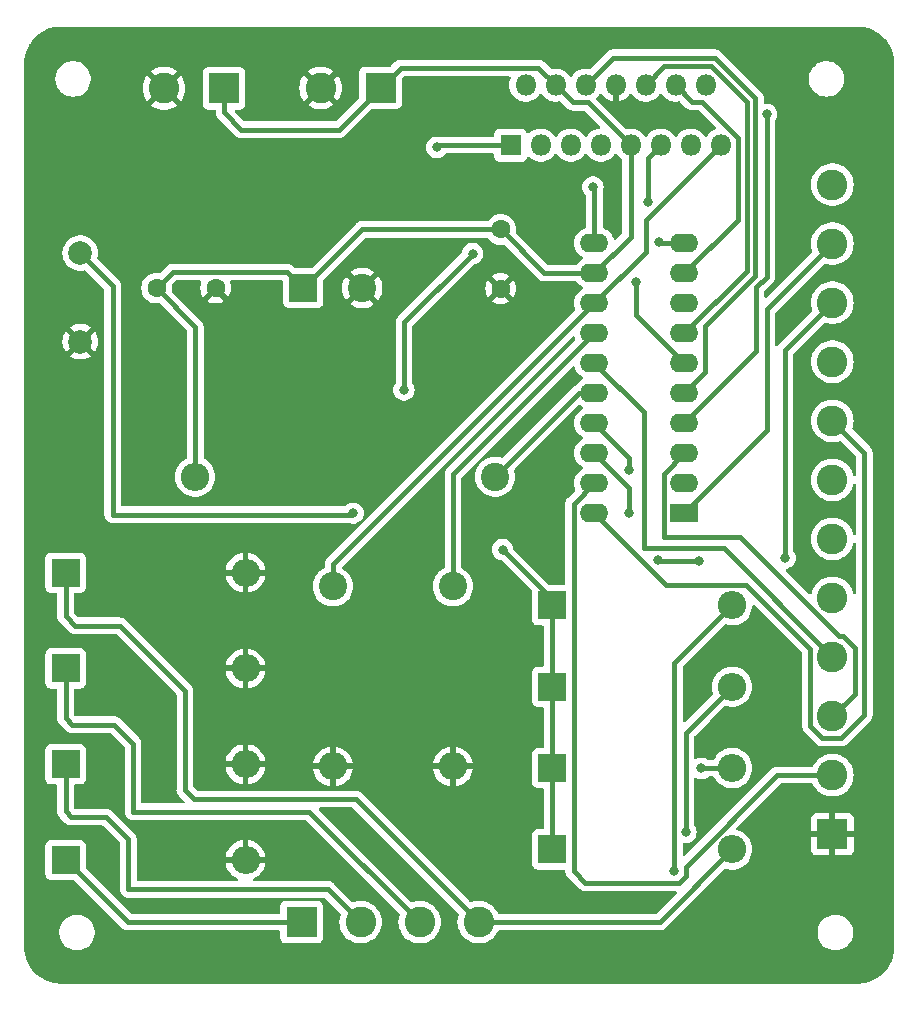
<source format=gbr>
%TF.GenerationSoftware,KiCad,Pcbnew,7.0.2*%
%TF.CreationDate,2023-06-26T18:32:19+02:00*%
%TF.ProjectId,Two_phese_bipolar_stepper_motor,54776f5f-7068-4657-9365-5f6269706f6c,REV1*%
%TF.SameCoordinates,Original*%
%TF.FileFunction,Copper,L1,Top*%
%TF.FilePolarity,Positive*%
%FSLAX46Y46*%
G04 Gerber Fmt 4.6, Leading zero omitted, Abs format (unit mm)*
G04 Created by KiCad (PCBNEW 7.0.2) date 2023-06-26 18:32:19*
%MOMM*%
%LPD*%
G01*
G04 APERTURE LIST*
%TA.AperFunction,ComponentPad*%
%ADD10R,1.800000X1.800000*%
%TD*%
%TA.AperFunction,ComponentPad*%
%ADD11O,1.800000X1.800000*%
%TD*%
%TA.AperFunction,ComponentPad*%
%ADD12R,2.400000X2.400000*%
%TD*%
%TA.AperFunction,ComponentPad*%
%ADD13C,2.400000*%
%TD*%
%TA.AperFunction,ComponentPad*%
%ADD14O,2.400000X2.400000*%
%TD*%
%TA.AperFunction,ComponentPad*%
%ADD15C,1.600000*%
%TD*%
%TA.AperFunction,ComponentPad*%
%ADD16C,2.000000*%
%TD*%
%TA.AperFunction,ComponentPad*%
%ADD17R,2.600000X2.600000*%
%TD*%
%TA.AperFunction,ComponentPad*%
%ADD18C,2.600000*%
%TD*%
%TA.AperFunction,ComponentPad*%
%ADD19R,2.400000X1.600000*%
%TD*%
%TA.AperFunction,ComponentPad*%
%ADD20O,2.400000X1.600000*%
%TD*%
%TA.AperFunction,ViaPad*%
%ADD21C,0.800000*%
%TD*%
%TA.AperFunction,Conductor*%
%ADD22C,0.400000*%
%TD*%
G04 APERTURE END LIST*
D10*
%TO.P,U2,1,SENSE_A*%
%TO.N,/Rs1*%
X154210000Y-62360000D03*
D11*
%TO.P,U2,2,OUT1*%
%TO.N,Net-(D1-A)*%
X155480000Y-57280000D03*
%TO.P,U2,3,OUT2*%
%TO.N,Net-(D2-A)*%
X156750000Y-62360000D03*
%TO.P,U2,4,Vs*%
%TO.N,VS*%
X158020000Y-57280000D03*
%TO.P,U2,5,IN1*%
%TO.N,Net-(U1-A)*%
X159290000Y-62360000D03*
%TO.P,U2,6,EnA*%
%TO.N,Net-(U1-INH1)*%
X160560000Y-57280000D03*
%TO.P,U2,7,IN2*%
%TO.N,Net-(U1-B)*%
X161830000Y-62360000D03*
%TO.P,U2,8,GND*%
%TO.N,GND*%
X163100000Y-57280000D03*
%TO.P,U2,9,Vss*%
%TO.N,VS*%
X164370000Y-62360000D03*
%TO.P,U2,10,IN3*%
%TO.N,Net-(U1-C)*%
X165640000Y-57280000D03*
%TO.P,U2,11,EnB*%
%TO.N,Net-(U1-INH2)*%
X166910000Y-62360000D03*
%TO.P,U2,12,IN4*%
%TO.N,Net-(U1-D)*%
X168180000Y-57280000D03*
%TO.P,U2,13,OUT3*%
%TO.N,Net-(D3-A)*%
X169450000Y-62360000D03*
%TO.P,U2,14,OUT4*%
%TO.N,Net-(D4-A)*%
X170720000Y-57280000D03*
%TO.P,U2,15,SENSE_B*%
%TO.N,/Rs2*%
X171990000Y-62360000D03*
%TD*%
D12*
%TO.P,C4,1*%
%TO.N,VS*%
X136652000Y-74460000D03*
D13*
%TO.P,C4,2*%
%TO.N,GND*%
X141652000Y-74460000D03*
%TD*%
D12*
%TO.P,D3,1,K*%
%TO.N,VS*%
X157734000Y-115100000D03*
D14*
%TO.P,D3,2,A*%
%TO.N,Net-(D3-A)*%
X172974000Y-115100000D03*
%TD*%
D12*
%TO.P,D4,1,K*%
%TO.N,VS*%
X157734000Y-121990000D03*
D14*
%TO.P,D4,2,A*%
%TO.N,Net-(D4-A)*%
X172974000Y-121990000D03*
%TD*%
D13*
%TO.P,Rs2,1*%
%TO.N,/Rs2*%
X139165000Y-99710000D03*
D14*
%TO.P,Rs2,2*%
%TO.N,GND*%
X139165000Y-114950000D03*
%TD*%
D15*
%TO.P,C3,1*%
%TO.N,VS*%
X124246000Y-74460000D03*
%TO.P,C3,2*%
%TO.N,GND*%
X129246000Y-74460000D03*
%TD*%
D16*
%TO.P,C1,1*%
%TO.N,/OSC*%
X117775000Y-71500000D03*
%TO.P,C1,2*%
%TO.N,GND*%
X117775000Y-79000000D03*
%TD*%
D17*
%TO.P,J1,1,Pin_1*%
%TO.N,VS*%
X143205000Y-57515000D03*
D18*
%TO.P,J1,2,Pin_2*%
%TO.N,GND*%
X138125000Y-57515000D03*
%TD*%
D17*
%TO.P,J4,1,Pin_1*%
%TO.N,Net-(D1-A)*%
X136518000Y-128137000D03*
D18*
%TO.P,J4,2,Pin_2*%
%TO.N,Net-(D2-A)*%
X141518000Y-128137000D03*
%TO.P,J4,3,Pin_3*%
%TO.N,Net-(D3-A)*%
X146518000Y-128137000D03*
%TO.P,J4,4,Pin_4*%
%TO.N,Net-(D4-A)*%
X151518000Y-128137000D03*
%TD*%
D13*
%TO.P,R1,1*%
%TO.N,/OSC*%
X152908000Y-90424000D03*
D14*
%TO.P,R1,2*%
%TO.N,VS*%
X127508000Y-90424000D03*
%TD*%
D12*
%TO.P,D1,1,K*%
%TO.N,VS*%
X157734000Y-101320000D03*
D14*
%TO.P,D1,2,A*%
%TO.N,Net-(D1-A)*%
X172974000Y-101320000D03*
%TD*%
D12*
%TO.P,D8,1,K*%
%TO.N,Net-(D4-A)*%
X116525000Y-98558334D03*
D14*
%TO.P,D8,2,A*%
%TO.N,GND*%
X131765000Y-98558334D03*
%TD*%
D12*
%TO.P,D5,1,K*%
%TO.N,Net-(D1-A)*%
X116525000Y-122883334D03*
D14*
%TO.P,D5,2,A*%
%TO.N,GND*%
X131765000Y-122883334D03*
%TD*%
D12*
%TO.P,D2,1,K*%
%TO.N,VS*%
X157734000Y-108210000D03*
D14*
%TO.P,D2,2,A*%
%TO.N,Net-(D2-A)*%
X172974000Y-108210000D03*
%TD*%
D12*
%TO.P,D7,1,K*%
%TO.N,Net-(D3-A)*%
X116525000Y-106666667D03*
D14*
%TO.P,D7,2,A*%
%TO.N,GND*%
X131765000Y-106666667D03*
%TD*%
D19*
%TO.P,U1,1,SYNC*%
%TO.N,/SYNC*%
X168910000Y-93510000D03*
D20*
%TO.P,U1,2,GND*%
%TO.N,GND*%
X168910000Y-90970000D03*
%TO.P,U1,3,HOME*%
%TO.N,/HOME*%
X168910000Y-88430000D03*
%TO.P,U1,4,A*%
%TO.N,Net-(U1-A)*%
X168910000Y-85890000D03*
%TO.P,U1,5,INH1*%
%TO.N,Net-(U1-INH1)*%
X168910000Y-83350000D03*
%TO.P,U1,6,B*%
%TO.N,Net-(U1-B)*%
X168910000Y-80810000D03*
%TO.P,U1,7,C*%
%TO.N,Net-(U1-C)*%
X168910000Y-78270000D03*
%TO.P,U1,8,INH2*%
%TO.N,Net-(U1-INH2)*%
X168910000Y-75730000D03*
%TO.P,U1,9,D*%
%TO.N,Net-(U1-D)*%
X168910000Y-73190000D03*
%TO.P,U1,10,ENABLE*%
%TO.N,/ENA*%
X168910000Y-70650000D03*
%TO.P,U1,11,CONTROL*%
%TO.N,/CTRL*%
X161290000Y-70650000D03*
%TO.P,U1,12,Vs*%
%TO.N,VS*%
X161290000Y-73190000D03*
%TO.P,U1,13,SENS2*%
%TO.N,/Rs2*%
X161290000Y-75730000D03*
%TO.P,U1,14,SENS1*%
%TO.N,/Rs1*%
X161290000Y-78270000D03*
%TO.P,U1,15,Vref*%
%TO.N,/Vref*%
X161290000Y-80810000D03*
%TO.P,U1,16,OSC*%
%TO.N,/OSC*%
X161290000Y-83350000D03*
%TO.P,U1,17,CW*%
%TO.N,/CW*%
X161290000Y-85890000D03*
%TO.P,U1,18,CLOCK*%
%TO.N,/CLK*%
X161290000Y-88430000D03*
%TO.P,U1,19,HALF*%
%TO.N,/HALF*%
X161290000Y-90970000D03*
%TO.P,U1,20,RESET*%
%TO.N,/RESET*%
X161290000Y-93510000D03*
%TD*%
D12*
%TO.P,D6,1,K*%
%TO.N,Net-(D2-A)*%
X116525000Y-114775000D03*
D14*
%TO.P,D6,2,A*%
%TO.N,GND*%
X131765000Y-114775000D03*
%TD*%
D17*
%TO.P,J2,1,Pin_1*%
%TO.N,VS*%
X129945000Y-57545000D03*
D18*
%TO.P,J2,2,Pin_2*%
%TO.N,GND*%
X124865000Y-57545000D03*
%TD*%
D17*
%TO.P,J3,1,Pin_1*%
%TO.N,GND*%
X181450000Y-120700000D03*
D18*
%TO.P,J3,2,Pin_2*%
%TO.N,/HALF*%
X181450000Y-115700000D03*
%TO.P,J3,3,Pin_3*%
%TO.N,/HOME*%
X181450000Y-110700000D03*
%TO.P,J3,4,Pin_4*%
%TO.N,/Vref*%
X181450000Y-105700000D03*
%TO.P,J3,5,Pin_5*%
%TO.N,/CLK*%
X181450000Y-100700000D03*
%TO.P,J3,6,Pin_6*%
%TO.N,/CW*%
X181450000Y-95700000D03*
%TO.P,J3,7,Pin_7*%
%TO.N,/ENA*%
X181450000Y-90700000D03*
%TO.P,J3,8,Pin_8*%
%TO.N,/RESET*%
X181450000Y-85700000D03*
%TO.P,J3,9,Pin_9*%
%TO.N,/CTRL*%
X181450000Y-80700000D03*
%TO.P,J3,10,Pin_10*%
%TO.N,/OSC*%
X181450000Y-75700000D03*
%TO.P,J3,11,Pin_11*%
%TO.N,/SYNC*%
X181450000Y-70700000D03*
%TO.P,J3,12,Pin_12*%
%TO.N,unconnected-(J3-Pin_12-Pad12)*%
X181450000Y-65700000D03*
%TD*%
D15*
%TO.P,C2,1*%
%TO.N,VS*%
X153375000Y-69500000D03*
%TO.P,C2,2*%
%TO.N,GND*%
X153375000Y-74500000D03*
%TD*%
D13*
%TO.P,Rs1,1*%
%TO.N,/Rs1*%
X149325000Y-99710000D03*
D14*
%TO.P,Rs1,2*%
%TO.N,GND*%
X149325000Y-114950000D03*
%TD*%
D21*
%TO.N,/OSC*%
X140875000Y-93525000D03*
X166700000Y-97525000D03*
X177450000Y-97325000D03*
X170175000Y-97550000D03*
%TO.N,VS*%
X153525000Y-96600000D03*
%TO.N,Net-(D1-A)*%
X168075000Y-123850000D03*
%TO.N,Net-(D2-A)*%
X151000000Y-71550000D03*
X169050000Y-120550000D03*
X145175000Y-83100000D03*
%TO.N,Net-(D3-A)*%
X170350000Y-115125000D03*
%TO.N,/CLK*%
X164225000Y-93500000D03*
%TO.N,/CW*%
X164225000Y-89825000D03*
%TO.N,/ENA*%
X166790602Y-70525000D03*
%TO.N,/CTRL*%
X161175000Y-65900000D03*
%TO.N,/Rs1*%
X147950000Y-62550000D03*
%TO.N,Net-(U1-A)*%
X175889500Y-59750000D03*
%TO.N,Net-(U1-B)*%
X164850000Y-73950000D03*
%TO.N,Net-(U1-INH2)*%
X165841102Y-67166102D03*
%TD*%
D22*
%TO.N,/OSC*%
X159982000Y-83350000D02*
X161290000Y-83350000D01*
X120525000Y-93650000D02*
X140750000Y-93650000D01*
X152908000Y-90424000D02*
X159982000Y-83350000D01*
X170175000Y-97550000D02*
X166725000Y-97550000D01*
X117775000Y-71500000D02*
X120525000Y-74250000D01*
X181450000Y-75700000D02*
X177450000Y-79700000D01*
X120525000Y-74250000D02*
X120525000Y-93650000D01*
X166725000Y-97550000D02*
X166700000Y-97525000D01*
X177450000Y-79700000D02*
X177450000Y-97325000D01*
X140750000Y-93650000D02*
X140875000Y-93525000D01*
%TO.N,VS*%
X129945000Y-57545000D02*
X129945000Y-59595000D01*
X127508000Y-90424000D02*
X127508000Y-77722000D01*
X125596000Y-73110000D02*
X135302000Y-73110000D01*
X161290000Y-73190000D02*
X157065000Y-73190000D01*
X157734000Y-121990000D02*
X157734000Y-115100000D01*
X157734000Y-115100000D02*
X157734000Y-108210000D01*
X141612000Y-69500000D02*
X136652000Y-74460000D01*
X164370000Y-70110000D02*
X161290000Y-73190000D01*
X143205000Y-57515000D02*
X144890000Y-55830000D01*
X157065000Y-73190000D02*
X153375000Y-69500000D01*
X160740000Y-58730000D02*
X164370000Y-62360000D01*
X159470000Y-58730000D02*
X160740000Y-58730000D01*
X144890000Y-55830000D02*
X156570000Y-55830000D01*
X153375000Y-69500000D02*
X141612000Y-69500000D01*
X157734000Y-101320000D02*
X157734000Y-108210000D01*
X156570000Y-55830000D02*
X158020000Y-57280000D01*
X158020000Y-57280000D02*
X159470000Y-58730000D01*
X164370000Y-62360000D02*
X164370000Y-70110000D01*
X157734000Y-100809000D02*
X153525000Y-96600000D01*
X135302000Y-73110000D02*
X136652000Y-74460000D01*
X157734000Y-101320000D02*
X157734000Y-100809000D01*
X124246000Y-74460000D02*
X125596000Y-73110000D01*
X131400000Y-61050000D02*
X139670000Y-61050000D01*
X129945000Y-59595000D02*
X131400000Y-61050000D01*
X127508000Y-77722000D02*
X124246000Y-74460000D01*
X139670000Y-61050000D02*
X143205000Y-57515000D01*
%TO.N,Net-(D1-A)*%
X116525000Y-122883334D02*
X121778666Y-128137000D01*
X168075000Y-106219000D02*
X168075000Y-123850000D01*
X172974000Y-101320000D02*
X168075000Y-106219000D01*
X121778666Y-128137000D02*
X136518000Y-128137000D01*
%TO.N,Net-(D2-A)*%
X138756000Y-125375000D02*
X141518000Y-128137000D01*
X121850000Y-121125000D02*
X121850000Y-125375000D01*
X121850000Y-125375000D02*
X138756000Y-125375000D01*
X145175000Y-77375000D02*
X151000000Y-71550000D01*
X169050000Y-112134000D02*
X169050000Y-120550000D01*
X117000000Y-119250000D02*
X119975000Y-119250000D01*
X119975000Y-119250000D02*
X121850000Y-121125000D01*
X172974000Y-108210000D02*
X169050000Y-112134000D01*
X116525000Y-114775000D02*
X116525000Y-118775000D01*
X145175000Y-83100000D02*
X145175000Y-77375000D01*
X116525000Y-118775000D02*
X117000000Y-119250000D01*
%TO.N,Net-(D3-A)*%
X117075000Y-111425000D02*
X120650000Y-111425000D01*
X122250000Y-118800000D02*
X137181000Y-118800000D01*
X116525000Y-110875000D02*
X117075000Y-111425000D01*
X172974000Y-115100000D02*
X170375000Y-115100000D01*
X116525000Y-106666667D02*
X116525000Y-110875000D01*
X170375000Y-115100000D02*
X170350000Y-115125000D01*
X120650000Y-111425000D02*
X122250000Y-113025000D01*
X122250000Y-113025000D02*
X122250000Y-118800000D01*
X137181000Y-118800000D02*
X146518000Y-128137000D01*
%TO.N,Net-(D4-A)*%
X121125000Y-103050000D02*
X117325000Y-103050000D01*
X166827000Y-128137000D02*
X151518000Y-128137000D01*
X127425000Y-117725000D02*
X126625000Y-116925000D01*
X172974000Y-121990000D02*
X166827000Y-128137000D01*
X141106000Y-117725000D02*
X127425000Y-117725000D01*
X117325000Y-103050000D02*
X116525000Y-102250000D01*
X116525000Y-102250000D02*
X116525000Y-98558334D01*
X151518000Y-128137000D02*
X141106000Y-117725000D01*
X126625000Y-116925000D02*
X126625000Y-108550000D01*
X126625000Y-108550000D02*
X121125000Y-103050000D01*
%TO.N,/HALF*%
X169025000Y-123456497D02*
X169025000Y-124243503D01*
X159540000Y-123796000D02*
X159540000Y-92720000D01*
X176781497Y-115700000D02*
X169025000Y-123456497D01*
X169025000Y-124243503D02*
X168468503Y-124800000D01*
X160544000Y-124800000D02*
X159540000Y-123796000D01*
X181450000Y-115700000D02*
X176781497Y-115700000D01*
X159540000Y-92720000D02*
X161290000Y-90970000D01*
X168468503Y-124800000D02*
X160544000Y-124800000D01*
%TO.N,/HOME*%
X183350000Y-104925000D02*
X183350000Y-108800000D01*
X167160000Y-90180000D02*
X167160000Y-95510000D01*
X183350000Y-108800000D02*
X181450000Y-110700000D01*
X182029352Y-103904352D02*
X182329352Y-103904352D01*
X173635000Y-95510000D02*
X182029352Y-103904352D01*
X167160000Y-95510000D02*
X173635000Y-95510000D01*
X182329352Y-103904352D02*
X183350000Y-104925000D01*
X168910000Y-88430000D02*
X167160000Y-90180000D01*
%TO.N,/Vref*%
X161290000Y-80810000D02*
X165475000Y-84995000D01*
X165475000Y-96500000D02*
X172250000Y-96500000D01*
X165475000Y-84995000D02*
X165475000Y-96500000D01*
X172250000Y-96500000D02*
X181450000Y-105700000D01*
%TO.N,/CLK*%
X164225000Y-91365000D02*
X164225000Y-93500000D01*
X161290000Y-88430000D02*
X164225000Y-91365000D01*
%TO.N,/CW*%
X164225000Y-88825000D02*
X164225000Y-89825000D01*
X161290000Y-85890000D02*
X164225000Y-88825000D01*
%TO.N,/ENA*%
X168910000Y-70650000D02*
X166915602Y-70650000D01*
X166915602Y-70650000D02*
X166790602Y-70525000D01*
%TO.N,/RESET*%
X182216296Y-112550000D02*
X184150000Y-110616296D01*
X179600000Y-105050000D02*
X179600000Y-111550000D01*
X179600000Y-111550000D02*
X180600000Y-112550000D01*
X184150000Y-110616296D02*
X184150000Y-88400000D01*
X184150000Y-88400000D02*
X181450000Y-85700000D01*
X161290000Y-93510000D02*
X167350000Y-99570000D01*
X180600000Y-112550000D02*
X182216296Y-112550000D01*
X174120000Y-99570000D02*
X179600000Y-105050000D01*
X167350000Y-99570000D02*
X174120000Y-99570000D01*
%TO.N,/CTRL*%
X161290000Y-70650000D02*
X161290000Y-66015000D01*
X161290000Y-66015000D02*
X161175000Y-65900000D01*
%TO.N,/SYNC*%
X168910000Y-93510000D02*
X175925000Y-86495000D01*
X175925000Y-86495000D02*
X175925000Y-76225000D01*
X175925000Y-76225000D02*
X181450000Y-70700000D01*
%TO.N,/Rs1*%
X154210000Y-62360000D02*
X148140000Y-62360000D01*
X149325000Y-99710000D02*
X149325000Y-90235000D01*
X148140000Y-62360000D02*
X147950000Y-62550000D01*
X149325000Y-90235000D02*
X161290000Y-78270000D01*
%TO.N,/Rs2*%
X171990000Y-62360000D02*
X165650000Y-68700000D01*
X139165000Y-99710000D02*
X139165000Y-97855000D01*
X165650000Y-71370000D02*
X161290000Y-75730000D01*
X165650000Y-68700000D02*
X165650000Y-71370000D01*
X139165000Y-97855000D02*
X161290000Y-75730000D01*
%TO.N,Net-(U1-A)*%
X168910000Y-85890000D02*
X175000000Y-79800000D01*
X175889500Y-73521160D02*
X175889500Y-59750000D01*
X175000000Y-79800000D02*
X175000000Y-74410660D01*
X175000000Y-74410660D02*
X175889500Y-73521160D01*
%TO.N,Net-(U1-INH1)*%
X170660000Y-81600000D02*
X170660000Y-77690000D01*
X171501270Y-54950000D02*
X162890000Y-54950000D01*
X174940000Y-73410000D02*
X174940000Y-58388730D01*
X162890000Y-54950000D02*
X160560000Y-57280000D01*
X168910000Y-83350000D02*
X170660000Y-81600000D01*
X170660000Y-77690000D02*
X174940000Y-73410000D01*
X174940000Y-58388730D02*
X171501270Y-54950000D01*
%TO.N,Net-(U1-B)*%
X164850000Y-76750000D02*
X164850000Y-73950000D01*
X168910000Y-80810000D02*
X164850000Y-76750000D01*
%TO.N,Net-(U1-C)*%
X167220000Y-55700000D02*
X165640000Y-57280000D01*
X174190000Y-58699390D02*
X171190610Y-55700000D01*
X171190610Y-55700000D02*
X167220000Y-55700000D01*
X168910000Y-78270000D02*
X174190000Y-72990000D01*
X174190000Y-72990000D02*
X174190000Y-58699390D01*
%TO.N,Net-(U1-INH2)*%
X168840000Y-75800000D02*
X168910000Y-75730000D01*
X166910000Y-62360000D02*
X165841102Y-63428898D01*
X165841102Y-63428898D02*
X165841102Y-67166102D01*
%TO.N,Net-(U1-D)*%
X173440000Y-68660000D02*
X173440000Y-61720000D01*
X173440000Y-61720000D02*
X170425305Y-58705305D01*
X170425305Y-58705305D02*
X169605305Y-58705305D01*
X169605305Y-58705305D02*
X168180000Y-57280000D01*
X168910000Y-73190000D02*
X173440000Y-68660000D01*
%TD*%
%TA.AperFunction,Conductor*%
%TO.N,GND*%
G36*
X163350000Y-58657640D02*
G01*
X163444859Y-58641811D01*
X163664296Y-58566478D01*
X163868353Y-58456048D01*
X164051443Y-58313543D01*
X164208583Y-58142843D01*
X164265892Y-58055126D01*
X164319038Y-58009769D01*
X164388269Y-58000345D01*
X164451605Y-58029847D01*
X164473507Y-58055122D01*
X164531021Y-58143153D01*
X164688216Y-58313913D01*
X164871374Y-58456470D01*
X165075497Y-58566936D01*
X165169333Y-58599150D01*
X165295015Y-58642297D01*
X165295017Y-58642297D01*
X165295019Y-58642298D01*
X165523951Y-58680500D01*
X165523952Y-58680500D01*
X165756048Y-58680500D01*
X165756049Y-58680500D01*
X165984981Y-58642298D01*
X166204503Y-58566936D01*
X166408626Y-58456470D01*
X166591784Y-58313913D01*
X166748979Y-58143153D01*
X166806192Y-58055580D01*
X166859336Y-58010226D01*
X166928567Y-58000802D01*
X166991903Y-58030303D01*
X167013807Y-58055582D01*
X167070817Y-58142841D01*
X167071021Y-58143153D01*
X167228216Y-58313913D01*
X167411374Y-58456470D01*
X167615497Y-58566936D01*
X167709333Y-58599150D01*
X167835015Y-58642297D01*
X167835017Y-58642297D01*
X167835019Y-58642298D01*
X168063951Y-58680500D01*
X168063952Y-58680500D01*
X168296047Y-58680500D01*
X168296049Y-58680500D01*
X168484874Y-58648990D01*
X168554235Y-58657372D01*
X168592961Y-58683618D01*
X169092363Y-59183020D01*
X169097483Y-59188458D01*
X169137376Y-59233488D01*
X169174040Y-59258796D01*
X169186878Y-59267657D01*
X169192896Y-59272085D01*
X169240249Y-59309183D01*
X169249485Y-59313339D01*
X169269036Y-59324367D01*
X169277371Y-59330121D01*
X169277373Y-59330121D01*
X169277375Y-59330123D01*
X169333631Y-59351457D01*
X169340525Y-59354314D01*
X169395374Y-59379000D01*
X169405349Y-59380827D01*
X169426961Y-59386852D01*
X169436433Y-59390445D01*
X169496146Y-59397695D01*
X169503490Y-59398812D01*
X169562699Y-59409663D01*
X169619407Y-59406232D01*
X169622739Y-59406031D01*
X169630226Y-59405805D01*
X170083786Y-59405805D01*
X170150825Y-59425490D01*
X170171467Y-59442124D01*
X171565620Y-60836276D01*
X171599105Y-60897599D01*
X171594121Y-60967291D01*
X171552249Y-61023224D01*
X171518202Y-61041238D01*
X171425501Y-61073062D01*
X171221372Y-61183531D01*
X171038215Y-61326087D01*
X170881018Y-61496849D01*
X170823808Y-61584417D01*
X170770662Y-61629773D01*
X170701431Y-61639197D01*
X170638095Y-61609695D01*
X170616192Y-61584417D01*
X170558981Y-61496849D01*
X170401784Y-61326087D01*
X170262488Y-61217669D01*
X170218626Y-61183530D01*
X170014503Y-61073064D01*
X170014499Y-61073062D01*
X170014498Y-61073062D01*
X169794984Y-60997702D01*
X169604456Y-60965909D01*
X169566049Y-60959500D01*
X169333951Y-60959500D01*
X169295544Y-60965909D01*
X169105015Y-60997702D01*
X168885501Y-61073062D01*
X168681372Y-61183531D01*
X168498215Y-61326087D01*
X168341018Y-61496849D01*
X168283808Y-61584417D01*
X168230662Y-61629773D01*
X168161431Y-61639197D01*
X168098095Y-61609695D01*
X168076192Y-61584417D01*
X168018981Y-61496849D01*
X167861784Y-61326087D01*
X167722488Y-61217669D01*
X167678626Y-61183530D01*
X167474503Y-61073064D01*
X167474499Y-61073062D01*
X167474498Y-61073062D01*
X167254984Y-60997702D01*
X167064456Y-60965909D01*
X167026049Y-60959500D01*
X166793951Y-60959500D01*
X166755544Y-60965909D01*
X166565015Y-60997702D01*
X166345501Y-61073062D01*
X166141372Y-61183531D01*
X165958215Y-61326087D01*
X165801018Y-61496849D01*
X165743808Y-61584417D01*
X165690662Y-61629773D01*
X165621431Y-61639197D01*
X165558095Y-61609695D01*
X165536192Y-61584417D01*
X165478981Y-61496849D01*
X165321784Y-61326087D01*
X165182488Y-61217669D01*
X165138626Y-61183530D01*
X164934503Y-61073064D01*
X164934499Y-61073062D01*
X164934498Y-61073062D01*
X164714984Y-60997702D01*
X164524456Y-60965909D01*
X164486049Y-60959500D01*
X164253951Y-60959500D01*
X164065127Y-60991008D01*
X163995762Y-60982626D01*
X163957037Y-60956380D01*
X161500175Y-58499518D01*
X161466690Y-58438195D01*
X161471674Y-58368503D01*
X161505643Y-58322227D01*
X161504825Y-58321474D01*
X161511597Y-58314117D01*
X161511698Y-58313980D01*
X161511704Y-58313975D01*
X161511784Y-58313913D01*
X161668979Y-58143153D01*
X161726490Y-58055124D01*
X161779635Y-58009769D01*
X161848866Y-58000345D01*
X161912202Y-58029846D01*
X161934106Y-58055125D01*
X161991414Y-58142841D01*
X162148556Y-58313543D01*
X162331646Y-58456048D01*
X162535703Y-58566478D01*
X162755140Y-58641811D01*
X162849999Y-58657640D01*
X162850000Y-58657639D01*
X162850000Y-57715501D01*
X162957685Y-57764680D01*
X163064237Y-57780000D01*
X163135763Y-57780000D01*
X163242315Y-57764680D01*
X163350000Y-57715501D01*
X163350000Y-58657640D01*
G37*
%TD.AperFunction*%
%TA.AperFunction,Conductor*%
G36*
X183603201Y-52320669D02*
G01*
X183733376Y-52327490D01*
X183923612Y-52338171D01*
X183936028Y-52339499D01*
X184088529Y-52363651D01*
X184254672Y-52391878D01*
X184265989Y-52394350D01*
X184419802Y-52435563D01*
X184430344Y-52438599D01*
X184577979Y-52481131D01*
X184588001Y-52484492D01*
X184737338Y-52541816D01*
X184740292Y-52542994D01*
X184889616Y-52604845D01*
X184898414Y-52608900D01*
X185040520Y-52681306D01*
X185041690Y-52681902D01*
X185045376Y-52683859D01*
X185186016Y-52761587D01*
X185193570Y-52766119D01*
X185328861Y-52853977D01*
X185333069Y-52856835D01*
X185463708Y-52949528D01*
X185469988Y-52954292D01*
X185595536Y-53055958D01*
X185600128Y-53059864D01*
X185719419Y-53166469D01*
X185724473Y-53171248D01*
X185838750Y-53285525D01*
X185843529Y-53290579D01*
X185950134Y-53409870D01*
X185954040Y-53414462D01*
X186055706Y-53540010D01*
X186060470Y-53546290D01*
X186153163Y-53676929D01*
X186156029Y-53681149D01*
X186243879Y-53816428D01*
X186248411Y-53823982D01*
X186326139Y-53964622D01*
X186328096Y-53968308D01*
X186401085Y-54111557D01*
X186405161Y-54120400D01*
X186466992Y-54269677D01*
X186468195Y-54272692D01*
X186525494Y-54421964D01*
X186528884Y-54432075D01*
X186574436Y-54590197D01*
X186615650Y-54744015D01*
X186618119Y-54755321D01*
X186646350Y-54921484D01*
X186670502Y-55073989D01*
X186671831Y-55086411D01*
X186682156Y-55269879D01*
X186689330Y-55406799D01*
X186689500Y-55413286D01*
X186689500Y-55461567D01*
X186689543Y-55461947D01*
X186689543Y-130256712D01*
X186689373Y-130263201D01*
X186682781Y-130388999D01*
X186671807Y-130584010D01*
X186670477Y-130596437D01*
X186646994Y-130744722D01*
X186618044Y-130915123D01*
X186615572Y-130926441D01*
X186575083Y-131077557D01*
X186551598Y-131159080D01*
X186528740Y-131238424D01*
X186525359Y-131248508D01*
X186468841Y-131395744D01*
X186467638Y-131398759D01*
X186404951Y-131550102D01*
X186400876Y-131558943D01*
X186328714Y-131700574D01*
X186326756Y-131704261D01*
X186248127Y-131846532D01*
X186243595Y-131854087D01*
X186156640Y-131987988D01*
X186153774Y-131992207D01*
X186060099Y-132124233D01*
X186055335Y-132130514D01*
X185954628Y-132254878D01*
X185950722Y-132259469D01*
X185843052Y-132379954D01*
X185838274Y-132385009D01*
X185725046Y-132498238D01*
X185719992Y-132503016D01*
X185599490Y-132610705D01*
X185594899Y-132614611D01*
X185470551Y-132715308D01*
X185464269Y-132720073D01*
X185332252Y-132813744D01*
X185328034Y-132816608D01*
X185194125Y-132903572D01*
X185186569Y-132908106D01*
X185044299Y-132986735D01*
X185040613Y-132988692D01*
X184898973Y-133060862D01*
X184890131Y-133064938D01*
X184738827Y-133127611D01*
X184735812Y-133128814D01*
X184588553Y-133185342D01*
X184578443Y-133188732D01*
X184417632Y-133235062D01*
X184266469Y-133275566D01*
X184255163Y-133278035D01*
X184084750Y-133306990D01*
X183936493Y-133330472D01*
X183924070Y-133331802D01*
X183728969Y-133342784D01*
X183604064Y-133349330D01*
X183597575Y-133349500D01*
X183548495Y-133349500D01*
X183548095Y-133349543D01*
X116123288Y-133349543D01*
X116116799Y-133349373D01*
X115991000Y-133342781D01*
X115795989Y-133331807D01*
X115783560Y-133330477D01*
X115635276Y-133306994D01*
X115464875Y-133278044D01*
X115453557Y-133275572D01*
X115302442Y-133235083D01*
X115266591Y-133224755D01*
X115141560Y-133188736D01*
X115131495Y-133185360D01*
X115096244Y-133171829D01*
X114984254Y-133128841D01*
X114981239Y-133127638D01*
X114829896Y-133064951D01*
X114821055Y-133060876D01*
X114732856Y-133015938D01*
X114679406Y-132988704D01*
X114675737Y-132986756D01*
X114533466Y-132908127D01*
X114525920Y-132903600D01*
X114392005Y-132816636D01*
X114387791Y-132813774D01*
X114255765Y-132720099D01*
X114249484Y-132715335D01*
X114125120Y-132614628D01*
X114120529Y-132610722D01*
X114000044Y-132503052D01*
X113994989Y-132498274D01*
X113881760Y-132385046D01*
X113876982Y-132379992D01*
X113769293Y-132259490D01*
X113765387Y-132254899D01*
X113727078Y-132207592D01*
X113664680Y-132130538D01*
X113659951Y-132124303D01*
X113566223Y-131992207D01*
X113563390Y-131988034D01*
X113521413Y-131923398D01*
X113476416Y-131854109D01*
X113471907Y-131846594D01*
X113393263Y-131704299D01*
X113391306Y-131700613D01*
X113319136Y-131558973D01*
X113315060Y-131550131D01*
X113315048Y-131550102D01*
X113252360Y-131398759D01*
X113251203Y-131395861D01*
X113194649Y-131248534D01*
X113191272Y-131238462D01*
X113144943Y-131077653D01*
X113104428Y-130926451D01*
X113101963Y-130915163D01*
X113101956Y-130915123D01*
X113073007Y-130744738D01*
X113049522Y-130596464D01*
X113048198Y-130584091D01*
X113037221Y-130389077D01*
X113030670Y-130264064D01*
X113030500Y-130257576D01*
X113030500Y-130208494D01*
X113030457Y-130208095D01*
X113030457Y-129149335D01*
X115999500Y-129149335D01*
X116019964Y-129271974D01*
X116040429Y-129394615D01*
X116121170Y-129629805D01*
X116121172Y-129629810D01*
X116210323Y-129794546D01*
X116239529Y-129848514D01*
X116375036Y-130022612D01*
X116392262Y-130044744D01*
X116575215Y-130213164D01*
X116783393Y-130349173D01*
X117011119Y-130449063D01*
X117252179Y-130510108D01*
X117437933Y-130525500D01*
X117440503Y-130525500D01*
X117559497Y-130525500D01*
X117562067Y-130525500D01*
X117747821Y-130510108D01*
X117988881Y-130449063D01*
X118216607Y-130349173D01*
X118424785Y-130213164D01*
X118607738Y-130044744D01*
X118760474Y-129848509D01*
X118878828Y-129629810D01*
X118959571Y-129394614D01*
X119000500Y-129149335D01*
X119000500Y-128900665D01*
X118959571Y-128655386D01*
X118878828Y-128420190D01*
X118760474Y-128201491D01*
X118760471Y-128201487D01*
X118760470Y-128201485D01*
X118607740Y-128005259D01*
X118607738Y-128005256D01*
X118424785Y-127836836D01*
X118216607Y-127700827D01*
X118216604Y-127700825D01*
X118091523Y-127645960D01*
X117988881Y-127600937D01*
X117808866Y-127555351D01*
X117747822Y-127539892D01*
X117713854Y-127537077D01*
X117562067Y-127524500D01*
X117437933Y-127524500D01*
X117320111Y-127534262D01*
X117252177Y-127539892D01*
X117130086Y-127570810D01*
X117011119Y-127600937D01*
X117011116Y-127600938D01*
X117011117Y-127600938D01*
X116783395Y-127700825D01*
X116644607Y-127791499D01*
X116575215Y-127836836D01*
X116575213Y-127836837D01*
X116575214Y-127836837D01*
X116392259Y-128005259D01*
X116239529Y-128201485D01*
X116121170Y-128420194D01*
X116040429Y-128655384D01*
X116009396Y-128841358D01*
X115999500Y-128900665D01*
X115999500Y-129149335D01*
X113030457Y-129149335D01*
X113030457Y-124127912D01*
X114824500Y-124127912D01*
X114824501Y-124131206D01*
X114824853Y-124134486D01*
X114824854Y-124134493D01*
X114827710Y-124161057D01*
X114830909Y-124190817D01*
X114881204Y-124325665D01*
X114967454Y-124440880D01*
X115082669Y-124527130D01*
X115217517Y-124577425D01*
X115277127Y-124583834D01*
X117183480Y-124583833D01*
X117250519Y-124603518D01*
X117271161Y-124620152D01*
X121265724Y-128614715D01*
X121270844Y-128620153D01*
X121302056Y-128655384D01*
X121310738Y-128665184D01*
X121360239Y-128699352D01*
X121366257Y-128703780D01*
X121413610Y-128740878D01*
X121422846Y-128745034D01*
X121442397Y-128756062D01*
X121450732Y-128761816D01*
X121450734Y-128761816D01*
X121450736Y-128761818D01*
X121506992Y-128783152D01*
X121513886Y-128786009D01*
X121568735Y-128810695D01*
X121578710Y-128812522D01*
X121600322Y-128818547D01*
X121609794Y-128822140D01*
X121669507Y-128829390D01*
X121676851Y-128830507D01*
X121736060Y-128841358D01*
X121792768Y-128837927D01*
X121796100Y-128837726D01*
X121803587Y-128837500D01*
X134593501Y-128837500D01*
X134660540Y-128857185D01*
X134706295Y-128909989D01*
X134717501Y-128961500D01*
X134717501Y-129484872D01*
X134717853Y-129488152D01*
X134717854Y-129488159D01*
X134723909Y-129544484D01*
X134749056Y-129611906D01*
X134774204Y-129679331D01*
X134860454Y-129794546D01*
X134975669Y-129880796D01*
X135110517Y-129931091D01*
X135170127Y-129937500D01*
X137865872Y-129937499D01*
X137925483Y-129931091D01*
X138060331Y-129880796D01*
X138175546Y-129794546D01*
X138261796Y-129679331D01*
X138312091Y-129544483D01*
X138318500Y-129484873D01*
X138318499Y-126789128D01*
X138312091Y-126729517D01*
X138261796Y-126594669D01*
X138175546Y-126479454D01*
X138060331Y-126393204D01*
X137925483Y-126342909D01*
X137865873Y-126336500D01*
X137862550Y-126336500D01*
X135173439Y-126336500D01*
X135173420Y-126336500D01*
X135170128Y-126336501D01*
X135166848Y-126336853D01*
X135166840Y-126336854D01*
X135110515Y-126342909D01*
X134975669Y-126393204D01*
X134860454Y-126479454D01*
X134774204Y-126594668D01*
X134723910Y-126729515D01*
X134723909Y-126729517D01*
X134717500Y-126789127D01*
X134717500Y-126792449D01*
X134717500Y-127312500D01*
X134697815Y-127379539D01*
X134645011Y-127425294D01*
X134593500Y-127436500D01*
X122120185Y-127436500D01*
X122053146Y-127416815D01*
X122032504Y-127400181D01*
X118261818Y-123629495D01*
X118228333Y-123568172D01*
X118225499Y-123541814D01*
X118225499Y-121638773D01*
X118225499Y-121635462D01*
X118219091Y-121575851D01*
X118168796Y-121441003D01*
X118082546Y-121325788D01*
X117967331Y-121239538D01*
X117832483Y-121189243D01*
X117772873Y-121182834D01*
X117769550Y-121182834D01*
X115280439Y-121182834D01*
X115280420Y-121182834D01*
X115277128Y-121182835D01*
X115273848Y-121183187D01*
X115273840Y-121183188D01*
X115217515Y-121189243D01*
X115082669Y-121239538D01*
X114967454Y-121325788D01*
X114881204Y-121441002D01*
X114830910Y-121575849D01*
X114830909Y-121575851D01*
X114824500Y-121635461D01*
X114824500Y-121638782D01*
X114824500Y-121638783D01*
X114824500Y-124127894D01*
X114824500Y-124127912D01*
X113030457Y-124127912D01*
X113030457Y-116019578D01*
X114824500Y-116019578D01*
X114824501Y-116022872D01*
X114824853Y-116026152D01*
X114824854Y-116026159D01*
X114828557Y-116060607D01*
X114830909Y-116082483D01*
X114881204Y-116217331D01*
X114967454Y-116332546D01*
X115082669Y-116418796D01*
X115217517Y-116469091D01*
X115277127Y-116475500D01*
X115700500Y-116475499D01*
X115767539Y-116495183D01*
X115813294Y-116547987D01*
X115824500Y-116599499D01*
X115824500Y-118750079D01*
X115824274Y-118757566D01*
X115820641Y-118817607D01*
X115831483Y-118876771D01*
X115832610Y-118884172D01*
X115839860Y-118943873D01*
X115843450Y-118953339D01*
X115849475Y-118974952D01*
X115851303Y-118984929D01*
X115875991Y-119039783D01*
X115878856Y-119046701D01*
X115897184Y-119095026D01*
X115900182Y-119102930D01*
X115905941Y-119111273D01*
X115916961Y-119130813D01*
X115921120Y-119140054D01*
X115958216Y-119187405D01*
X115962651Y-119193432D01*
X115996817Y-119242929D01*
X116041847Y-119282822D01*
X116047283Y-119287940D01*
X116487058Y-119727715D01*
X116492178Y-119733153D01*
X116532071Y-119778183D01*
X116532072Y-119778184D01*
X116581569Y-119812349D01*
X116587602Y-119816788D01*
X116634943Y-119853877D01*
X116644174Y-119858031D01*
X116663726Y-119869058D01*
X116672070Y-119874818D01*
X116728322Y-119896151D01*
X116735228Y-119899012D01*
X116790068Y-119923694D01*
X116800030Y-119925519D01*
X116821650Y-119931546D01*
X116829725Y-119934608D01*
X116831128Y-119935140D01*
X116890856Y-119942392D01*
X116898201Y-119943509D01*
X116957394Y-119954357D01*
X117017421Y-119950726D01*
X117024909Y-119950500D01*
X119633481Y-119950500D01*
X119700520Y-119970185D01*
X119721162Y-119986819D01*
X121113180Y-121378837D01*
X121146665Y-121440160D01*
X121149499Y-121466518D01*
X121149499Y-125314605D01*
X121149500Y-125314610D01*
X121149500Y-125460059D01*
X121157919Y-125494220D01*
X121160617Y-125508942D01*
X121164858Y-125543867D01*
X121177337Y-125576772D01*
X121181785Y-125591048D01*
X121190210Y-125625225D01*
X121190210Y-125625226D01*
X121190211Y-125625227D01*
X121206559Y-125656377D01*
X121212702Y-125670026D01*
X121225181Y-125702929D01*
X121245172Y-125731891D01*
X121252918Y-125744705D01*
X121269265Y-125775851D01*
X121292590Y-125802180D01*
X121301823Y-125813965D01*
X121321814Y-125842925D01*
X121321817Y-125842929D01*
X121348156Y-125866263D01*
X121358739Y-125876847D01*
X121382068Y-125903181D01*
X121382071Y-125903183D01*
X121411038Y-125923178D01*
X121422802Y-125932394D01*
X121449148Y-125955734D01*
X121480297Y-125972082D01*
X121493113Y-125979830D01*
X121522068Y-125999817D01*
X121522069Y-125999817D01*
X121522070Y-125999818D01*
X121554975Y-126012297D01*
X121568610Y-126018433D01*
X121599775Y-126034790D01*
X121628180Y-126041791D01*
X121633937Y-126043210D01*
X121648233Y-126047665D01*
X121667439Y-126054948D01*
X121681128Y-126060140D01*
X121716055Y-126064380D01*
X121730779Y-126067078D01*
X121764944Y-126075500D01*
X121807628Y-126075500D01*
X138414481Y-126075500D01*
X138481520Y-126095185D01*
X138502162Y-126111819D01*
X139792327Y-127401984D01*
X139825812Y-127463307D01*
X139820828Y-127532999D01*
X139820075Y-127534966D01*
X139792666Y-127604805D01*
X139732616Y-127867899D01*
X139712450Y-128137000D01*
X139732616Y-128406100D01*
X139732617Y-128406103D01*
X139792666Y-128669195D01*
X139891257Y-128920398D01*
X140026185Y-129154102D01*
X140194439Y-129365085D01*
X140392259Y-129548635D01*
X140615226Y-129700651D01*
X140858359Y-129817738D01*
X141116228Y-129897280D01*
X141383071Y-129937500D01*
X141652929Y-129937500D01*
X141919772Y-129897280D01*
X142177641Y-129817738D01*
X142420775Y-129700651D01*
X142643741Y-129548635D01*
X142841561Y-129365085D01*
X143009815Y-129154102D01*
X143144743Y-128920398D01*
X143243334Y-128669195D01*
X143303383Y-128406103D01*
X143323549Y-128137000D01*
X143303383Y-127867897D01*
X143243334Y-127604805D01*
X143144743Y-127353602D01*
X143009815Y-127119898D01*
X142841561Y-126908915D01*
X142841560Y-126908914D01*
X142643743Y-126725366D01*
X142586205Y-126686137D01*
X142420775Y-126573349D01*
X142177641Y-126456262D01*
X142029625Y-126410605D01*
X141919771Y-126376719D01*
X141652929Y-126336500D01*
X141383071Y-126336500D01*
X141116228Y-126376719D01*
X141006375Y-126410605D01*
X140906491Y-126441415D01*
X140836630Y-126442365D01*
X140782262Y-126410605D01*
X139268940Y-124897283D01*
X139263822Y-124891847D01*
X139223929Y-124846817D01*
X139174432Y-124812651D01*
X139168405Y-124808216D01*
X139121054Y-124771120D01*
X139111813Y-124766961D01*
X139092273Y-124755941D01*
X139083930Y-124750182D01*
X139083927Y-124750181D01*
X139083926Y-124750180D01*
X139027701Y-124728856D01*
X139020783Y-124725991D01*
X138965929Y-124701303D01*
X138955952Y-124699475D01*
X138934339Y-124693450D01*
X138924873Y-124689860D01*
X138865172Y-124682610D01*
X138857771Y-124681483D01*
X138798607Y-124670641D01*
X138738566Y-124674274D01*
X138731079Y-124674500D01*
X132506986Y-124674500D01*
X132439947Y-124654815D01*
X132394192Y-124602011D01*
X132384248Y-124532853D01*
X132413273Y-124469297D01*
X132453185Y-124438780D01*
X132617379Y-124359708D01*
X132827907Y-124216173D01*
X133014682Y-124042870D01*
X133173545Y-123843662D01*
X133300942Y-123623003D01*
X133394028Y-123385825D01*
X133450726Y-123137414D01*
X133451032Y-123133334D01*
X132310882Y-123133334D01*
X132349556Y-123039965D01*
X132370177Y-122883334D01*
X132349556Y-122726703D01*
X132310882Y-122633334D01*
X133451032Y-122633334D01*
X133451032Y-122633333D01*
X133450726Y-122629253D01*
X133394028Y-122380842D01*
X133300942Y-122143664D01*
X133173545Y-121923005D01*
X133014682Y-121723797D01*
X132827907Y-121550494D01*
X132617379Y-121406959D01*
X132387823Y-121296412D01*
X132144345Y-121221308D01*
X132015000Y-121201813D01*
X132015000Y-122337452D01*
X131921631Y-122298778D01*
X131804323Y-122283334D01*
X131725677Y-122283334D01*
X131608369Y-122298778D01*
X131515000Y-122337452D01*
X131515000Y-121201813D01*
X131385654Y-121221308D01*
X131142179Y-121296411D01*
X130912615Y-121406962D01*
X130702095Y-121550492D01*
X130515317Y-121723797D01*
X130356454Y-121923005D01*
X130229057Y-122143664D01*
X130135971Y-122380842D01*
X130079273Y-122629253D01*
X130078967Y-122633333D01*
X130078968Y-122633334D01*
X131219118Y-122633334D01*
X131180444Y-122726703D01*
X131159823Y-122883334D01*
X131180444Y-123039965D01*
X131219118Y-123133334D01*
X130078968Y-123133334D01*
X130079273Y-123137414D01*
X130135971Y-123385825D01*
X130229057Y-123623003D01*
X130356454Y-123843662D01*
X130515317Y-124042870D01*
X130702095Y-124216175D01*
X130912618Y-124359706D01*
X131076816Y-124438780D01*
X131128676Y-124485602D01*
X131146989Y-124553029D01*
X131125941Y-124619653D01*
X131072215Y-124664322D01*
X131023015Y-124674500D01*
X122674500Y-124674500D01*
X122607461Y-124654815D01*
X122561706Y-124602011D01*
X122550500Y-124550500D01*
X122550500Y-121149908D01*
X122550726Y-121142421D01*
X122552226Y-121117619D01*
X122554357Y-121082394D01*
X122543509Y-121023201D01*
X122542392Y-121015856D01*
X122535140Y-120956128D01*
X122532816Y-120950000D01*
X122531546Y-120946650D01*
X122525519Y-120925029D01*
X122524283Y-120918284D01*
X122523694Y-120915068D01*
X122499012Y-120860228D01*
X122496151Y-120853322D01*
X122474818Y-120797070D01*
X122469058Y-120788726D01*
X122458030Y-120769172D01*
X122453877Y-120759943D01*
X122416788Y-120712602D01*
X122412349Y-120706569D01*
X122378184Y-120657072D01*
X122377841Y-120656768D01*
X122333153Y-120617178D01*
X122327715Y-120612058D01*
X120487940Y-118772283D01*
X120482822Y-118766847D01*
X120442929Y-118721817D01*
X120393432Y-118687651D01*
X120387405Y-118683216D01*
X120340054Y-118646120D01*
X120330813Y-118641961D01*
X120311273Y-118630941D01*
X120302930Y-118625182D01*
X120302927Y-118625181D01*
X120302926Y-118625180D01*
X120246701Y-118603856D01*
X120239783Y-118600991D01*
X120184929Y-118576303D01*
X120174952Y-118574475D01*
X120153339Y-118568450D01*
X120143873Y-118564860D01*
X120084172Y-118557610D01*
X120076771Y-118556483D01*
X120017607Y-118545641D01*
X119957566Y-118549274D01*
X119950079Y-118549500D01*
X117349500Y-118549500D01*
X117282461Y-118529815D01*
X117236706Y-118477011D01*
X117225500Y-118425500D01*
X117225499Y-117834481D01*
X117225499Y-116599498D01*
X117245184Y-116532460D01*
X117297987Y-116486705D01*
X117349499Y-116475499D01*
X117769561Y-116475499D01*
X117772872Y-116475499D01*
X117832483Y-116469091D01*
X117967331Y-116418796D01*
X118082546Y-116332546D01*
X118168796Y-116217331D01*
X118219091Y-116082483D01*
X118225500Y-116022873D01*
X118225499Y-113527128D01*
X118219091Y-113467517D01*
X118168796Y-113332669D01*
X118082546Y-113217454D01*
X117967331Y-113131204D01*
X117832483Y-113080909D01*
X117772873Y-113074500D01*
X117769550Y-113074500D01*
X115280439Y-113074500D01*
X115280420Y-113074500D01*
X115277128Y-113074501D01*
X115273848Y-113074853D01*
X115273840Y-113074854D01*
X115217515Y-113080909D01*
X115082669Y-113131204D01*
X114967454Y-113217454D01*
X114881204Y-113332668D01*
X114830910Y-113467515D01*
X114830909Y-113467517D01*
X114824500Y-113527127D01*
X114824500Y-113530448D01*
X114824500Y-113530449D01*
X114824500Y-116019560D01*
X114824500Y-116019578D01*
X113030457Y-116019578D01*
X113030457Y-107911245D01*
X114824500Y-107911245D01*
X114824501Y-107914539D01*
X114830909Y-107974150D01*
X114881204Y-108108998D01*
X114967454Y-108224213D01*
X115082669Y-108310463D01*
X115217517Y-108360758D01*
X115277127Y-108367167D01*
X115700500Y-108367166D01*
X115767539Y-108386850D01*
X115813294Y-108439654D01*
X115824500Y-108491166D01*
X115824500Y-110850079D01*
X115824274Y-110857566D01*
X115820641Y-110917607D01*
X115831483Y-110976771D01*
X115832610Y-110984172D01*
X115839860Y-111043873D01*
X115843450Y-111053339D01*
X115849475Y-111074952D01*
X115851303Y-111084929D01*
X115875991Y-111139783D01*
X115878856Y-111146701D01*
X115896336Y-111192790D01*
X115900182Y-111202930D01*
X115905941Y-111211273D01*
X115916961Y-111230813D01*
X115921120Y-111240054D01*
X115958216Y-111287405D01*
X115962651Y-111293432D01*
X115996817Y-111342929D01*
X116041847Y-111382822D01*
X116047283Y-111387940D01*
X116562058Y-111902715D01*
X116567178Y-111908153D01*
X116607071Y-111953183D01*
X116607072Y-111953184D01*
X116656569Y-111987349D01*
X116662602Y-111991788D01*
X116709943Y-112028877D01*
X116719174Y-112033031D01*
X116738726Y-112044058D01*
X116747070Y-112049818D01*
X116803322Y-112071151D01*
X116810228Y-112074012D01*
X116865068Y-112098694D01*
X116875030Y-112100519D01*
X116896650Y-112106546D01*
X116906125Y-112110139D01*
X116906128Y-112110140D01*
X116965856Y-112117392D01*
X116973201Y-112118509D01*
X117032394Y-112129357D01*
X117092421Y-112125726D01*
X117099909Y-112125500D01*
X120308481Y-112125500D01*
X120375520Y-112145185D01*
X120396162Y-112161819D01*
X121513181Y-113278838D01*
X121546666Y-113340161D01*
X121549500Y-113366519D01*
X121549500Y-118885059D01*
X121557919Y-118919220D01*
X121560617Y-118933942D01*
X121564858Y-118968867D01*
X121564860Y-118968872D01*
X121570950Y-118984932D01*
X121577337Y-119001772D01*
X121581785Y-119016048D01*
X121590210Y-119050225D01*
X121590210Y-119050226D01*
X121590211Y-119050227D01*
X121606559Y-119081377D01*
X121612702Y-119095026D01*
X121625181Y-119127929D01*
X121645172Y-119156891D01*
X121652918Y-119169705D01*
X121669265Y-119200851D01*
X121692590Y-119227180D01*
X121701823Y-119238965D01*
X121721814Y-119267925D01*
X121721817Y-119267929D01*
X121748156Y-119291263D01*
X121758739Y-119301847D01*
X121782068Y-119328181D01*
X121782071Y-119328183D01*
X121811038Y-119348178D01*
X121822802Y-119357394D01*
X121849148Y-119380734D01*
X121880297Y-119397082D01*
X121893113Y-119404830D01*
X121922068Y-119424817D01*
X121922069Y-119424817D01*
X121922070Y-119424818D01*
X121954975Y-119437297D01*
X121968610Y-119443433D01*
X121999775Y-119459790D01*
X122028180Y-119466791D01*
X122033937Y-119468210D01*
X122048233Y-119472665D01*
X122067439Y-119479948D01*
X122081128Y-119485140D01*
X122116055Y-119489380D01*
X122130779Y-119492078D01*
X122164944Y-119500500D01*
X122207628Y-119500500D01*
X136839481Y-119500500D01*
X136906520Y-119520185D01*
X136927162Y-119536819D01*
X144792327Y-127401984D01*
X144825812Y-127463307D01*
X144820828Y-127532999D01*
X144820075Y-127534966D01*
X144792666Y-127604805D01*
X144732616Y-127867899D01*
X144712450Y-128137000D01*
X144732616Y-128406100D01*
X144732617Y-128406103D01*
X144792666Y-128669195D01*
X144891257Y-128920398D01*
X145026185Y-129154102D01*
X145194439Y-129365085D01*
X145392259Y-129548635D01*
X145615226Y-129700651D01*
X145858359Y-129817738D01*
X146116228Y-129897280D01*
X146383071Y-129937500D01*
X146652929Y-129937500D01*
X146919772Y-129897280D01*
X147177641Y-129817738D01*
X147420775Y-129700651D01*
X147643741Y-129548635D01*
X147841561Y-129365085D01*
X148009815Y-129154102D01*
X148144743Y-128920398D01*
X148243334Y-128669195D01*
X148303383Y-128406103D01*
X148323549Y-128137000D01*
X148303383Y-127867897D01*
X148243334Y-127604805D01*
X148144743Y-127353602D01*
X148009815Y-127119898D01*
X147841561Y-126908915D01*
X147841560Y-126908914D01*
X147643743Y-126725366D01*
X147586205Y-126686137D01*
X147420775Y-126573349D01*
X147177641Y-126456262D01*
X147029625Y-126410605D01*
X146919771Y-126376719D01*
X146652929Y-126336500D01*
X146383071Y-126336500D01*
X146116228Y-126376719D01*
X146006375Y-126410605D01*
X145906491Y-126441415D01*
X145836630Y-126442365D01*
X145782262Y-126410605D01*
X138008838Y-118637181D01*
X137975353Y-118575858D01*
X137980337Y-118506166D01*
X138022209Y-118450233D01*
X138087673Y-118425816D01*
X138096519Y-118425500D01*
X140764481Y-118425500D01*
X140831520Y-118445185D01*
X140852162Y-118461819D01*
X149792328Y-127401984D01*
X149825813Y-127463307D01*
X149820829Y-127532999D01*
X149820075Y-127534967D01*
X149792667Y-127604802D01*
X149792667Y-127604804D01*
X149732616Y-127867899D01*
X149712450Y-128137000D01*
X149732616Y-128406100D01*
X149732617Y-128406103D01*
X149792666Y-128669195D01*
X149891257Y-128920398D01*
X150026185Y-129154102D01*
X150194439Y-129365085D01*
X150392259Y-129548635D01*
X150615226Y-129700651D01*
X150858359Y-129817738D01*
X151116228Y-129897280D01*
X151383071Y-129937500D01*
X151652929Y-129937500D01*
X151919772Y-129897280D01*
X152177641Y-129817738D01*
X152420775Y-129700651D01*
X152643741Y-129548635D01*
X152841561Y-129365085D01*
X153009815Y-129154102D01*
X153012567Y-129149335D01*
X180199500Y-129149335D01*
X180219964Y-129271974D01*
X180240429Y-129394615D01*
X180321170Y-129629805D01*
X180321172Y-129629810D01*
X180410323Y-129794546D01*
X180439529Y-129848514D01*
X180575036Y-130022612D01*
X180592262Y-130044744D01*
X180775215Y-130213164D01*
X180983393Y-130349173D01*
X181211119Y-130449063D01*
X181452179Y-130510108D01*
X181637933Y-130525500D01*
X181640503Y-130525500D01*
X181759497Y-130525500D01*
X181762067Y-130525500D01*
X181947821Y-130510108D01*
X182188881Y-130449063D01*
X182416607Y-130349173D01*
X182624785Y-130213164D01*
X182807738Y-130044744D01*
X182960474Y-129848509D01*
X183078828Y-129629810D01*
X183159571Y-129394614D01*
X183200500Y-129149335D01*
X183200500Y-128900665D01*
X183159571Y-128655386D01*
X183078828Y-128420190D01*
X182960474Y-128201491D01*
X182960471Y-128201487D01*
X182960470Y-128201485D01*
X182807740Y-128005259D01*
X182807738Y-128005256D01*
X182624785Y-127836836D01*
X182416607Y-127700827D01*
X182416604Y-127700825D01*
X182291523Y-127645960D01*
X182188881Y-127600937D01*
X182008867Y-127555351D01*
X181947822Y-127539892D01*
X181913854Y-127537077D01*
X181762067Y-127524500D01*
X181637933Y-127524500D01*
X181520111Y-127534262D01*
X181452177Y-127539892D01*
X181330087Y-127570810D01*
X181211119Y-127600937D01*
X181211116Y-127600938D01*
X181211117Y-127600938D01*
X180983395Y-127700825D01*
X180844607Y-127791499D01*
X180775215Y-127836836D01*
X180775213Y-127836837D01*
X180775214Y-127836837D01*
X180592259Y-128005259D01*
X180439529Y-128201485D01*
X180321170Y-128420194D01*
X180240429Y-128655384D01*
X180209396Y-128841358D01*
X180199500Y-128900665D01*
X180199500Y-129149335D01*
X153012567Y-129149335D01*
X153144743Y-128920398D01*
X153146391Y-128916200D01*
X153189206Y-128860985D01*
X153255076Y-128837684D01*
X153261820Y-128837500D01*
X166802079Y-128837500D01*
X166809566Y-128837726D01*
X166812706Y-128837915D01*
X166869606Y-128841358D01*
X166928782Y-128830513D01*
X166936181Y-128829387D01*
X166995872Y-128822140D01*
X167005335Y-128818550D01*
X167026958Y-128812522D01*
X167036932Y-128810695D01*
X167091808Y-128785996D01*
X167098673Y-128783152D01*
X167154930Y-128761818D01*
X167163270Y-128756060D01*
X167182819Y-128745035D01*
X167192057Y-128740878D01*
X167239413Y-128703775D01*
X167245426Y-128699352D01*
X167294929Y-128665183D01*
X167334823Y-128620150D01*
X167339924Y-128614731D01*
X172318242Y-123636413D01*
X172379563Y-123602930D01*
X172442470Y-123605604D01*
X172594542Y-123652513D01*
X172846565Y-123690500D01*
X173101435Y-123690500D01*
X173353458Y-123652513D01*
X173597004Y-123577389D01*
X173826634Y-123466805D01*
X174037217Y-123323232D01*
X174224050Y-123149877D01*
X174382959Y-122950612D01*
X174510393Y-122729888D01*
X174603508Y-122492637D01*
X174660222Y-122244157D01*
X174675183Y-122044518D01*
X179650000Y-122044518D01*
X179650354Y-122051132D01*
X179656400Y-122107371D01*
X179706647Y-122242089D01*
X179792811Y-122357188D01*
X179907910Y-122443352D01*
X180042628Y-122493599D01*
X180098867Y-122499645D01*
X180105482Y-122500000D01*
X181200000Y-122500000D01*
X181200000Y-121304310D01*
X181208817Y-121309158D01*
X181367886Y-121350000D01*
X181490894Y-121350000D01*
X181612933Y-121334583D01*
X181699999Y-121300110D01*
X181699999Y-122499999D01*
X181700000Y-122500000D01*
X182794518Y-122500000D01*
X182801132Y-122499645D01*
X182857371Y-122493599D01*
X182992089Y-122443352D01*
X183107188Y-122357188D01*
X183193352Y-122242089D01*
X183243599Y-122107371D01*
X183249645Y-122051132D01*
X183250000Y-122044518D01*
X183250000Y-120950000D01*
X182050728Y-120950000D01*
X182073100Y-120902457D01*
X182103873Y-120741138D01*
X182093561Y-120577234D01*
X182052220Y-120450000D01*
X183250000Y-120450000D01*
X183250000Y-119355481D01*
X183249645Y-119348867D01*
X183243599Y-119292628D01*
X183193352Y-119157910D01*
X183107188Y-119042811D01*
X182992089Y-118956647D01*
X182857371Y-118906400D01*
X182801132Y-118900354D01*
X182794518Y-118900000D01*
X181700000Y-118900000D01*
X181699999Y-120095688D01*
X181691183Y-120090842D01*
X181532114Y-120050000D01*
X181409106Y-120050000D01*
X181287067Y-120065417D01*
X181200000Y-120099889D01*
X181200000Y-118900000D01*
X180105482Y-118900000D01*
X180098867Y-118900354D01*
X180042628Y-118906400D01*
X179907910Y-118956647D01*
X179792811Y-119042811D01*
X179706647Y-119157910D01*
X179656400Y-119292628D01*
X179650354Y-119348867D01*
X179650000Y-119355481D01*
X179650000Y-120450000D01*
X180849272Y-120450000D01*
X180826900Y-120497543D01*
X180796127Y-120658862D01*
X180806439Y-120822766D01*
X180847780Y-120950000D01*
X179650000Y-120950000D01*
X179650000Y-122044518D01*
X174675183Y-122044518D01*
X174679268Y-121990000D01*
X174660222Y-121735843D01*
X174603508Y-121487363D01*
X174510393Y-121250112D01*
X174494675Y-121222888D01*
X174382961Y-121029392D01*
X174382959Y-121029388D01*
X174224050Y-120830123D01*
X174037217Y-120656768D01*
X173826634Y-120513195D01*
X173597004Y-120402611D01*
X173390531Y-120338922D01*
X173332273Y-120300353D01*
X173304115Y-120236408D01*
X173314999Y-120167391D01*
X173339398Y-120132754D01*
X177035334Y-116436819D01*
X177096658Y-116403334D01*
X177123016Y-116400500D01*
X179706180Y-116400500D01*
X179773219Y-116420185D01*
X179818974Y-116472989D01*
X179821609Y-116479200D01*
X179823256Y-116483398D01*
X179931662Y-116671162D01*
X179958185Y-116717102D01*
X180126439Y-116928085D01*
X180324259Y-117111635D01*
X180547226Y-117263651D01*
X180790359Y-117380738D01*
X181048228Y-117460280D01*
X181315071Y-117500500D01*
X181584929Y-117500500D01*
X181851772Y-117460280D01*
X182109641Y-117380738D01*
X182352775Y-117263651D01*
X182575741Y-117111635D01*
X182773561Y-116928085D01*
X182941815Y-116717102D01*
X183076743Y-116483398D01*
X183175334Y-116232195D01*
X183235383Y-115969103D01*
X183255549Y-115700000D01*
X183235383Y-115430897D01*
X183175334Y-115167805D01*
X183076743Y-114916602D01*
X182941815Y-114682898D01*
X182773561Y-114471915D01*
X182773560Y-114471914D01*
X182575743Y-114288366D01*
X182482068Y-114224500D01*
X182352775Y-114136349D01*
X182109641Y-114019262D01*
X182013709Y-113989671D01*
X181851771Y-113939719D01*
X181584929Y-113899500D01*
X181315071Y-113899500D01*
X181048228Y-113939719D01*
X180790359Y-114019262D01*
X180547228Y-114136347D01*
X180324257Y-114288366D01*
X180126439Y-114471915D01*
X179958184Y-114682899D01*
X179823256Y-114916601D01*
X179821609Y-114920800D01*
X179778794Y-114976015D01*
X179712924Y-114999316D01*
X179706180Y-114999500D01*
X176806407Y-114999500D01*
X176798920Y-114999274D01*
X176738888Y-114995642D01*
X176679739Y-115006481D01*
X176672340Y-115007608D01*
X176612619Y-115014860D01*
X176603138Y-115018456D01*
X176581533Y-115024479D01*
X176571566Y-115026305D01*
X176516731Y-115050984D01*
X176509815Y-115053848D01*
X176453566Y-115075181D01*
X176445222Y-115080941D01*
X176425680Y-115091963D01*
X176416441Y-115096121D01*
X176369091Y-115133216D01*
X176363063Y-115137652D01*
X176313564Y-115171819D01*
X176273680Y-115216838D01*
X176268548Y-115222290D01*
X168987181Y-122503658D01*
X168925858Y-122537143D01*
X168856166Y-122532159D01*
X168800233Y-122490287D01*
X168775816Y-122424823D01*
X168775500Y-122415977D01*
X168775500Y-121565398D01*
X168795185Y-121498359D01*
X168847989Y-121452604D01*
X168917147Y-121442660D01*
X168925281Y-121444108D01*
X168955353Y-121450500D01*
X168955354Y-121450500D01*
X169144648Y-121450500D01*
X169268084Y-121424262D01*
X169329803Y-121411144D01*
X169502730Y-121334151D01*
X169537130Y-121309158D01*
X169655870Y-121222889D01*
X169782533Y-121082216D01*
X169877179Y-120918284D01*
X169878224Y-120915068D01*
X169935674Y-120738256D01*
X169955460Y-120550000D01*
X169935674Y-120361744D01*
X169894950Y-120236408D01*
X169877179Y-120181715D01*
X169782532Y-120017783D01*
X169782345Y-120017575D01*
X169782013Y-120016884D01*
X169776017Y-120006498D01*
X169776810Y-120006040D01*
X169752119Y-119954582D01*
X169750500Y-119934608D01*
X169750500Y-116034747D01*
X169770185Y-115967708D01*
X169822989Y-115921953D01*
X169892147Y-115912009D01*
X169924928Y-115921465D01*
X170031923Y-115969103D01*
X170070199Y-115986145D01*
X170255352Y-116025500D01*
X170255354Y-116025500D01*
X170444648Y-116025500D01*
X170568083Y-115999262D01*
X170629803Y-115986144D01*
X170802730Y-115909151D01*
X170898063Y-115839888D01*
X170919681Y-115824182D01*
X170985487Y-115800702D01*
X170992566Y-115800500D01*
X171343275Y-115800500D01*
X171410314Y-115820185D01*
X171450661Y-115862499D01*
X171565041Y-116060612D01*
X171723950Y-116259877D01*
X171910783Y-116433232D01*
X172121366Y-116576805D01*
X172350996Y-116687389D01*
X172594542Y-116762513D01*
X172846565Y-116800500D01*
X173101435Y-116800500D01*
X173353458Y-116762513D01*
X173597004Y-116687389D01*
X173826634Y-116576805D01*
X174037217Y-116433232D01*
X174224050Y-116259877D01*
X174382959Y-116060612D01*
X174510393Y-115839888D01*
X174603508Y-115602637D01*
X174660222Y-115354157D01*
X174679268Y-115100000D01*
X174660222Y-114845843D01*
X174603508Y-114597363D01*
X174510393Y-114360112D01*
X174499270Y-114340847D01*
X174382961Y-114139392D01*
X174382959Y-114139388D01*
X174224050Y-113940123D01*
X174037217Y-113766768D01*
X173826634Y-113623195D01*
X173597004Y-113512611D01*
X173353458Y-113437487D01*
X173101435Y-113399500D01*
X172846565Y-113399500D01*
X172594542Y-113437487D01*
X172350996Y-113512611D01*
X172121366Y-113623195D01*
X172070802Y-113657669D01*
X171910781Y-113766769D01*
X171723950Y-113940123D01*
X171565040Y-114139389D01*
X171450662Y-114337500D01*
X171400095Y-114385715D01*
X171343275Y-114399500D01*
X170923746Y-114399500D01*
X170856707Y-114379815D01*
X170850880Y-114375831D01*
X170802730Y-114340849D01*
X170795916Y-114337815D01*
X170629802Y-114263855D01*
X170444648Y-114224500D01*
X170444646Y-114224500D01*
X170255354Y-114224500D01*
X170255352Y-114224500D01*
X170070201Y-114263854D01*
X169924936Y-114328531D01*
X169855686Y-114337815D01*
X169792409Y-114308187D01*
X169755196Y-114249052D01*
X169750500Y-114215251D01*
X169750500Y-112475518D01*
X169770185Y-112408479D01*
X169786819Y-112387837D01*
X171050555Y-111124101D01*
X172318242Y-109856413D01*
X172379563Y-109822930D01*
X172442470Y-109825604D01*
X172594542Y-109872513D01*
X172846565Y-109910500D01*
X173101435Y-109910500D01*
X173353458Y-109872513D01*
X173597004Y-109797389D01*
X173826634Y-109686805D01*
X174037217Y-109543232D01*
X174224050Y-109369877D01*
X174382959Y-109170612D01*
X174510393Y-108949888D01*
X174603508Y-108712637D01*
X174660222Y-108464157D01*
X174679268Y-108210000D01*
X174660222Y-107955843D01*
X174603508Y-107707363D01*
X174510393Y-107470112D01*
X174382959Y-107249388D01*
X174224050Y-107050123D01*
X174037217Y-106876768D01*
X173826634Y-106733195D01*
X173597004Y-106622611D01*
X173353458Y-106547487D01*
X173101435Y-106509500D01*
X172846565Y-106509500D01*
X172594542Y-106547487D01*
X172350996Y-106622611D01*
X172121366Y-106733195D01*
X172070802Y-106767669D01*
X171910781Y-106876769D01*
X171815207Y-106965449D01*
X171723950Y-107050123D01*
X171571407Y-107241406D01*
X171565038Y-107249392D01*
X171437608Y-107470108D01*
X171344492Y-107707362D01*
X171287777Y-107955845D01*
X171268731Y-108210000D01*
X171287777Y-108464154D01*
X171344492Y-108712639D01*
X171353223Y-108734885D01*
X171359390Y-108804482D01*
X171326951Y-108866365D01*
X171325475Y-108867866D01*
X168987181Y-111206161D01*
X168925858Y-111239646D01*
X168856166Y-111234662D01*
X168800233Y-111192790D01*
X168775816Y-111127326D01*
X168775500Y-111118480D01*
X168775500Y-106560518D01*
X168795185Y-106493479D01*
X168811814Y-106472842D01*
X172318242Y-102966413D01*
X172379563Y-102932930D01*
X172442470Y-102935604D01*
X172594542Y-102982513D01*
X172846565Y-103020500D01*
X173101435Y-103020500D01*
X173353458Y-102982513D01*
X173597004Y-102907389D01*
X173826634Y-102796805D01*
X174037217Y-102653232D01*
X174224050Y-102479877D01*
X174382959Y-102280612D01*
X174510393Y-102059888D01*
X174603508Y-101822637D01*
X174660222Y-101574157D01*
X174667023Y-101483398D01*
X174673017Y-101403423D01*
X174697656Y-101338042D01*
X174753732Y-101296361D01*
X174823440Y-101291613D01*
X174884351Y-101325008D01*
X178863181Y-105303838D01*
X178896666Y-105365161D01*
X178899500Y-105391519D01*
X178899500Y-111525079D01*
X178899274Y-111532566D01*
X178895641Y-111592607D01*
X178906483Y-111651771D01*
X178907610Y-111659172D01*
X178914860Y-111718873D01*
X178918450Y-111728339D01*
X178924475Y-111749952D01*
X178926303Y-111759929D01*
X178950991Y-111814783D01*
X178953856Y-111821701D01*
X178975180Y-111877926D01*
X178975182Y-111877930D01*
X178980941Y-111886273D01*
X178991961Y-111905813D01*
X178996120Y-111915054D01*
X179033216Y-111962405D01*
X179037651Y-111968432D01*
X179071817Y-112017929D01*
X179116847Y-112057822D01*
X179122283Y-112062940D01*
X180087051Y-113027707D01*
X180092171Y-113033145D01*
X180132071Y-113078183D01*
X180181565Y-113112346D01*
X180181574Y-113112352D01*
X180187603Y-113116788D01*
X180234944Y-113153878D01*
X180244183Y-113158036D01*
X180263719Y-113169053D01*
X180272070Y-113174818D01*
X180328326Y-113196152D01*
X180335220Y-113199009D01*
X180390069Y-113223695D01*
X180400044Y-113225522D01*
X180421656Y-113231547D01*
X180431128Y-113235140D01*
X180490841Y-113242390D01*
X180498185Y-113243507D01*
X180557394Y-113254358D01*
X180614102Y-113250927D01*
X180617434Y-113250726D01*
X180624921Y-113250500D01*
X182191375Y-113250500D01*
X182198862Y-113250726D01*
X182202002Y-113250915D01*
X182258902Y-113254358D01*
X182318078Y-113243513D01*
X182325477Y-113242387D01*
X182385168Y-113235140D01*
X182394631Y-113231550D01*
X182416254Y-113225522D01*
X182426228Y-113223695D01*
X182481104Y-113198996D01*
X182487969Y-113196152D01*
X182544226Y-113174818D01*
X182552566Y-113169060D01*
X182572115Y-113158035D01*
X182581353Y-113153878D01*
X182628709Y-113116775D01*
X182634722Y-113112352D01*
X182684225Y-113078183D01*
X182724119Y-113033150D01*
X182729220Y-113027731D01*
X184627731Y-111129220D01*
X184633151Y-111124118D01*
X184678183Y-111084225D01*
X184712358Y-111034712D01*
X184716779Y-111028703D01*
X184753877Y-110981353D01*
X184758033Y-110972116D01*
X184769058Y-110952569D01*
X184774818Y-110944226D01*
X184796154Y-110887964D01*
X184799014Y-110881062D01*
X184823694Y-110826228D01*
X184825519Y-110816266D01*
X184831545Y-110794644D01*
X184835140Y-110785168D01*
X184842389Y-110725461D01*
X184843516Y-110718058D01*
X184848991Y-110688181D01*
X184854357Y-110658902D01*
X184850726Y-110598873D01*
X184850500Y-110591386D01*
X184850500Y-88424919D01*
X184850726Y-88417432D01*
X184852509Y-88387953D01*
X184854358Y-88357394D01*
X184843507Y-88298185D01*
X184842390Y-88290841D01*
X184835140Y-88231128D01*
X184831547Y-88221656D01*
X184825522Y-88200044D01*
X184823695Y-88190069D01*
X184799009Y-88135220D01*
X184796152Y-88128326D01*
X184774818Y-88072070D01*
X184774816Y-88072068D01*
X184774816Y-88072066D01*
X184769062Y-88063731D01*
X184758033Y-88044177D01*
X184753878Y-88034944D01*
X184716780Y-87987591D01*
X184712352Y-87981573D01*
X184678184Y-87932072D01*
X184678183Y-87932071D01*
X184633153Y-87892178D01*
X184627715Y-87887058D01*
X183175671Y-86435014D01*
X183142186Y-86373691D01*
X183147170Y-86303999D01*
X183147888Y-86302123D01*
X183175334Y-86232195D01*
X183235383Y-85969103D01*
X183255549Y-85700000D01*
X183235383Y-85430897D01*
X183175334Y-85167805D01*
X183076743Y-84916602D01*
X182941815Y-84682898D01*
X182773561Y-84471915D01*
X182671805Y-84377499D01*
X182575743Y-84288366D01*
X182518205Y-84249137D01*
X182352775Y-84136349D01*
X182109641Y-84019262D01*
X182030098Y-83994726D01*
X181851771Y-83939719D01*
X181584929Y-83899500D01*
X181315071Y-83899500D01*
X181048228Y-83939719D01*
X180790359Y-84019262D01*
X180547228Y-84136347D01*
X180324257Y-84288366D01*
X180126439Y-84471915D01*
X179958184Y-84682899D01*
X179823257Y-84916601D01*
X179724666Y-85167804D01*
X179664616Y-85430899D01*
X179644450Y-85700000D01*
X179664616Y-85969100D01*
X179698303Y-86116692D01*
X179724666Y-86232195D01*
X179823257Y-86483398D01*
X179958185Y-86717102D01*
X180126439Y-86928085D01*
X180324259Y-87111635D01*
X180547226Y-87263651D01*
X180790359Y-87380738D01*
X181048228Y-87460280D01*
X181315071Y-87500500D01*
X181584929Y-87500500D01*
X181851772Y-87460280D01*
X182061508Y-87395584D01*
X182131370Y-87394635D01*
X182185738Y-87426395D01*
X183413181Y-88653838D01*
X183446666Y-88715161D01*
X183449500Y-88741519D01*
X183449500Y-90268474D01*
X183429815Y-90335513D01*
X183377011Y-90381268D01*
X183307853Y-90391212D01*
X183244297Y-90362187D01*
X183206523Y-90303409D01*
X183204609Y-90296067D01*
X183198311Y-90268474D01*
X183175334Y-90167805D01*
X183076743Y-89916602D01*
X182941815Y-89682898D01*
X182773561Y-89471915D01*
X182773560Y-89471914D01*
X182575743Y-89288366D01*
X182518205Y-89249137D01*
X182352775Y-89136349D01*
X182109641Y-89019262D01*
X182030097Y-88994726D01*
X181851771Y-88939719D01*
X181584929Y-88899500D01*
X181315071Y-88899500D01*
X181048228Y-88939719D01*
X180790359Y-89019262D01*
X180547228Y-89136347D01*
X180324257Y-89288366D01*
X180126439Y-89471915D01*
X179958184Y-89682899D01*
X179823257Y-89916601D01*
X179724666Y-90167804D01*
X179664616Y-90430899D01*
X179644450Y-90699999D01*
X179664616Y-90969100D01*
X179673973Y-91010096D01*
X179724666Y-91232195D01*
X179823257Y-91483398D01*
X179958185Y-91717102D01*
X180126439Y-91928085D01*
X180324259Y-92111635D01*
X180547226Y-92263651D01*
X180790359Y-92380738D01*
X181048228Y-92460280D01*
X181315071Y-92500500D01*
X181584929Y-92500500D01*
X181851772Y-92460280D01*
X182109641Y-92380738D01*
X182352775Y-92263651D01*
X182575741Y-92111635D01*
X182773561Y-91928085D01*
X182941815Y-91717102D01*
X183076743Y-91483398D01*
X183175334Y-91232195D01*
X183204609Y-91103931D01*
X183238718Y-91042954D01*
X183300379Y-91010096D01*
X183370016Y-91015791D01*
X183425520Y-91058231D01*
X183449268Y-91123941D01*
X183449500Y-91131525D01*
X183449500Y-95268474D01*
X183429815Y-95335513D01*
X183377011Y-95381268D01*
X183307853Y-95391212D01*
X183244297Y-95362187D01*
X183206523Y-95303409D01*
X183204609Y-95296067D01*
X183198311Y-95268474D01*
X183175334Y-95167805D01*
X183076743Y-94916602D01*
X182941815Y-94682898D01*
X182773561Y-94471915D01*
X182730553Y-94432009D01*
X182575743Y-94288366D01*
X182491212Y-94230734D01*
X182352775Y-94136349D01*
X182109641Y-94019262D01*
X182030098Y-93994726D01*
X181851771Y-93939719D01*
X181584929Y-93899500D01*
X181315071Y-93899500D01*
X181048228Y-93939719D01*
X180790359Y-94019262D01*
X180547228Y-94136347D01*
X180324257Y-94288366D01*
X180126439Y-94471915D01*
X179958184Y-94682899D01*
X179823257Y-94916601D01*
X179724666Y-95167804D01*
X179664616Y-95430899D01*
X179644450Y-95700000D01*
X179664616Y-95969100D01*
X179664617Y-95969103D01*
X179724666Y-96232195D01*
X179823257Y-96483398D01*
X179958185Y-96717102D01*
X180126439Y-96928085D01*
X180324259Y-97111635D01*
X180547226Y-97263651D01*
X180790359Y-97380738D01*
X181048228Y-97460280D01*
X181315071Y-97500500D01*
X181584929Y-97500500D01*
X181851772Y-97460280D01*
X182109641Y-97380738D01*
X182352775Y-97263651D01*
X182575741Y-97111635D01*
X182773561Y-96928085D01*
X182941815Y-96717102D01*
X183076743Y-96483398D01*
X183175334Y-96232195D01*
X183204609Y-96103931D01*
X183238718Y-96042954D01*
X183300379Y-96010096D01*
X183370016Y-96015791D01*
X183425520Y-96058231D01*
X183449268Y-96123941D01*
X183449500Y-96131525D01*
X183449500Y-100268474D01*
X183429815Y-100335513D01*
X183377011Y-100381268D01*
X183307853Y-100391212D01*
X183244297Y-100362187D01*
X183206523Y-100303409D01*
X183204609Y-100296067D01*
X183199654Y-100274357D01*
X183175334Y-100167805D01*
X183076743Y-99916602D01*
X182941815Y-99682898D01*
X182773561Y-99471915D01*
X182756242Y-99455845D01*
X182575743Y-99288366D01*
X182456933Y-99207363D01*
X182352775Y-99136349D01*
X182109641Y-99019262D01*
X182002648Y-98986259D01*
X181851771Y-98939719D01*
X181584929Y-98899500D01*
X181315071Y-98899500D01*
X181048228Y-98939719D01*
X180790359Y-99019262D01*
X180547228Y-99136347D01*
X180324257Y-99288366D01*
X180126439Y-99471915D01*
X179958184Y-99682899D01*
X179823257Y-99916601D01*
X179724666Y-100167805D01*
X179692602Y-100308285D01*
X179658493Y-100369263D01*
X179596831Y-100402121D01*
X179527194Y-100396426D01*
X179484030Y-100368373D01*
X177538316Y-98422659D01*
X177504831Y-98361336D01*
X177509815Y-98291644D01*
X177551687Y-98235711D01*
X177600212Y-98213689D01*
X177729803Y-98186144D01*
X177902730Y-98109151D01*
X177984043Y-98050074D01*
X178055870Y-97997889D01*
X178182533Y-97857216D01*
X178277179Y-97693284D01*
X178311778Y-97586799D01*
X178335674Y-97513256D01*
X178355460Y-97325000D01*
X178335674Y-97136744D01*
X178277179Y-96956716D01*
X178277179Y-96956715D01*
X178182532Y-96792783D01*
X178182345Y-96792575D01*
X178182013Y-96791884D01*
X178176017Y-96781498D01*
X178176810Y-96781040D01*
X178152119Y-96729582D01*
X178150500Y-96709608D01*
X178150500Y-80699999D01*
X179644450Y-80699999D01*
X179664616Y-80969100D01*
X179701485Y-81130634D01*
X179724666Y-81232195D01*
X179823257Y-81483398D01*
X179958185Y-81717102D01*
X180126439Y-81928085D01*
X180324259Y-82111635D01*
X180547226Y-82263651D01*
X180790359Y-82380738D01*
X181048228Y-82460280D01*
X181315071Y-82500500D01*
X181584929Y-82500500D01*
X181851772Y-82460280D01*
X182109641Y-82380738D01*
X182352775Y-82263651D01*
X182575741Y-82111635D01*
X182773561Y-81928085D01*
X182941815Y-81717102D01*
X183076743Y-81483398D01*
X183175334Y-81232195D01*
X183235383Y-80969103D01*
X183255549Y-80700000D01*
X183235383Y-80430897D01*
X183175334Y-80167805D01*
X183076743Y-79916602D01*
X182941815Y-79682898D01*
X182773561Y-79471915D01*
X182722947Y-79424952D01*
X182575743Y-79288366D01*
X182493173Y-79232071D01*
X182352775Y-79136349D01*
X182109641Y-79019262D01*
X182030098Y-78994726D01*
X181851771Y-78939719D01*
X181584929Y-78899500D01*
X181315071Y-78899500D01*
X181048228Y-78939719D01*
X180790359Y-79019262D01*
X180547228Y-79136347D01*
X180324257Y-79288366D01*
X180126439Y-79471915D01*
X179958184Y-79682899D01*
X179823257Y-79916601D01*
X179724666Y-80167804D01*
X179664616Y-80430899D01*
X179644450Y-80699999D01*
X178150500Y-80699999D01*
X178150500Y-80041518D01*
X178170185Y-79974479D01*
X178186814Y-79953842D01*
X180714262Y-77426393D01*
X180775583Y-77392910D01*
X180838490Y-77395585D01*
X180938375Y-77426395D01*
X181048228Y-77460280D01*
X181315071Y-77500500D01*
X181584929Y-77500500D01*
X181851772Y-77460280D01*
X182109641Y-77380738D01*
X182352775Y-77263651D01*
X182575741Y-77111635D01*
X182773561Y-76928085D01*
X182941815Y-76717102D01*
X183076743Y-76483398D01*
X183175334Y-76232195D01*
X183235383Y-75969103D01*
X183255549Y-75700000D01*
X183235383Y-75430897D01*
X183175334Y-75167805D01*
X183076743Y-74916602D01*
X182941815Y-74682898D01*
X182773561Y-74471915D01*
X182759660Y-74459017D01*
X182575743Y-74288366D01*
X182494987Y-74233308D01*
X182352775Y-74136349D01*
X182109641Y-74019262D01*
X182030097Y-73994726D01*
X181851771Y-73939719D01*
X181584929Y-73899500D01*
X181315071Y-73899500D01*
X181048228Y-73939719D01*
X180790359Y-74019262D01*
X180547228Y-74136347D01*
X180324257Y-74288366D01*
X180126439Y-74471915D01*
X179958184Y-74682899D01*
X179823257Y-74916601D01*
X179724666Y-75167804D01*
X179664616Y-75430899D01*
X179644450Y-75700000D01*
X179664616Y-75969100D01*
X179695360Y-76103796D01*
X179724666Y-76232195D01*
X179749777Y-76296177D01*
X179752075Y-76302031D01*
X179758243Y-76371628D01*
X179725805Y-76433512D01*
X179724327Y-76435014D01*
X176972290Y-79187051D01*
X176966838Y-79192183D01*
X176921816Y-79232070D01*
X176887649Y-79281568D01*
X176883213Y-79287598D01*
X176847111Y-79333680D01*
X176790271Y-79374313D01*
X176720487Y-79377766D01*
X176659914Y-79342943D01*
X176627783Y-79280900D01*
X176625499Y-79257215D01*
X176625499Y-76566514D01*
X176645184Y-76499479D01*
X176661809Y-76478847D01*
X180714262Y-72426393D01*
X180775583Y-72392910D01*
X180838490Y-72395585D01*
X180945057Y-72428456D01*
X181048228Y-72460280D01*
X181315071Y-72500500D01*
X181584929Y-72500500D01*
X181851772Y-72460280D01*
X182109641Y-72380738D01*
X182352775Y-72263651D01*
X182575741Y-72111635D01*
X182773561Y-71928085D01*
X182941815Y-71717102D01*
X183076743Y-71483398D01*
X183175334Y-71232195D01*
X183235383Y-70969103D01*
X183255549Y-70700000D01*
X183255500Y-70699352D01*
X183235383Y-70430899D01*
X183233651Y-70423310D01*
X183175334Y-70167805D01*
X183076743Y-69916602D01*
X182941815Y-69682898D01*
X182773561Y-69471915D01*
X182773560Y-69471914D01*
X182575743Y-69288366D01*
X182518205Y-69249137D01*
X182352775Y-69136349D01*
X182109641Y-69019262D01*
X182015285Y-68990157D01*
X181851771Y-68939719D01*
X181584929Y-68899500D01*
X181315071Y-68899500D01*
X181048228Y-68939719D01*
X180790359Y-69019262D01*
X180547228Y-69136347D01*
X180324257Y-69288366D01*
X180126439Y-69471915D01*
X179958184Y-69682899D01*
X179823257Y-69916601D01*
X179724666Y-70167804D01*
X179664616Y-70430899D01*
X179644450Y-70699999D01*
X179664616Y-70969100D01*
X179724665Y-71232191D01*
X179724666Y-71232195D01*
X179732511Y-71252183D01*
X179752075Y-71302031D01*
X179758243Y-71371628D01*
X179725805Y-71433512D01*
X179724327Y-71435014D01*
X175912181Y-75247161D01*
X175850858Y-75280646D01*
X175781166Y-75275662D01*
X175725233Y-75233790D01*
X175700816Y-75168326D01*
X175700500Y-75159480D01*
X175700500Y-74752178D01*
X175720185Y-74685139D01*
X175736815Y-74664501D01*
X176367231Y-74034084D01*
X176372650Y-74028983D01*
X176417683Y-73989089D01*
X176451855Y-73939580D01*
X176456275Y-73933573D01*
X176493378Y-73886217D01*
X176497535Y-73876979D01*
X176508560Y-73857430D01*
X176514318Y-73849090D01*
X176535650Y-73792838D01*
X176538499Y-73785960D01*
X176563195Y-73731091D01*
X176565022Y-73721116D01*
X176571049Y-73699499D01*
X176574640Y-73690032D01*
X176581887Y-73630339D01*
X176583014Y-73622937D01*
X176593858Y-73563766D01*
X176590226Y-73503726D01*
X176590000Y-73496239D01*
X176590000Y-65699999D01*
X179644450Y-65699999D01*
X179664616Y-65969100D01*
X179664617Y-65969103D01*
X179724666Y-66232195D01*
X179823257Y-66483398D01*
X179958185Y-66717102D01*
X180126439Y-66928085D01*
X180324259Y-67111635D01*
X180547226Y-67263651D01*
X180790359Y-67380738D01*
X181048228Y-67460280D01*
X181315071Y-67500500D01*
X181584929Y-67500500D01*
X181851772Y-67460280D01*
X182109641Y-67380738D01*
X182352775Y-67263651D01*
X182575741Y-67111635D01*
X182773561Y-66928085D01*
X182941815Y-66717102D01*
X183076743Y-66483398D01*
X183175334Y-66232195D01*
X183235383Y-65969103D01*
X183255549Y-65700000D01*
X183235383Y-65430897D01*
X183175334Y-65167805D01*
X183076743Y-64916602D01*
X182941815Y-64682898D01*
X182773561Y-64471915D01*
X182773560Y-64471914D01*
X182575743Y-64288366D01*
X182518205Y-64249137D01*
X182352775Y-64136349D01*
X182109641Y-64019262D01*
X182030098Y-63994726D01*
X181851771Y-63939719D01*
X181584929Y-63899500D01*
X181315071Y-63899500D01*
X181048228Y-63939719D01*
X180790359Y-64019262D01*
X180547228Y-64136347D01*
X180324257Y-64288366D01*
X180126439Y-64471915D01*
X179958184Y-64682899D01*
X179823257Y-64916601D01*
X179724666Y-65167804D01*
X179664616Y-65430899D01*
X179644450Y-65699999D01*
X176590000Y-65699999D01*
X176590000Y-60365391D01*
X176609685Y-60298352D01*
X176621854Y-60282415D01*
X176621887Y-60282377D01*
X176622033Y-60282216D01*
X176716679Y-60118284D01*
X176775174Y-59938256D01*
X176794960Y-59750000D01*
X176775174Y-59561744D01*
X176733783Y-59434357D01*
X176716679Y-59381715D01*
X176622033Y-59217783D01*
X176495370Y-59077110D01*
X176342230Y-58965848D01*
X176169302Y-58888855D01*
X175984148Y-58849500D01*
X175984146Y-58849500D01*
X175794854Y-58849500D01*
X175794850Y-58849500D01*
X175790276Y-58850472D01*
X175720609Y-58845154D01*
X175664877Y-58803014D01*
X175640775Y-58737433D01*
X175640500Y-58729181D01*
X175640500Y-58413649D01*
X175640726Y-58406162D01*
X175643448Y-58361161D01*
X175644358Y-58346124D01*
X175633507Y-58286915D01*
X175632390Y-58279571D01*
X175625140Y-58219858D01*
X175621547Y-58210386D01*
X175615522Y-58188774D01*
X175613695Y-58178799D01*
X175589009Y-58123950D01*
X175586152Y-58117056D01*
X175564818Y-58060800D01*
X175559053Y-58052449D01*
X175548036Y-58032913D01*
X175543878Y-58023674D01*
X175506788Y-57976333D01*
X175502352Y-57970304D01*
X175468183Y-57920801D01*
X175423145Y-57880901D01*
X175417707Y-57875781D01*
X174416261Y-56874335D01*
X179449500Y-56874335D01*
X179460603Y-56940874D01*
X179490429Y-57119615D01*
X179570169Y-57351889D01*
X179571172Y-57354810D01*
X179689526Y-57573509D01*
X179689529Y-57573514D01*
X179814894Y-57734582D01*
X179842262Y-57769744D01*
X180025215Y-57938164D01*
X180212926Y-58060801D01*
X180233395Y-58074174D01*
X180255833Y-58084016D01*
X180461119Y-58174063D01*
X180702179Y-58235108D01*
X180887933Y-58250500D01*
X180890503Y-58250500D01*
X181009497Y-58250500D01*
X181012067Y-58250500D01*
X181197821Y-58235108D01*
X181438881Y-58174063D01*
X181666607Y-58074173D01*
X181874785Y-57938164D01*
X182057738Y-57769744D01*
X182210474Y-57573509D01*
X182328828Y-57354810D01*
X182409571Y-57119614D01*
X182450500Y-56874335D01*
X182450500Y-56625665D01*
X182409571Y-56380386D01*
X182328828Y-56145190D01*
X182210474Y-55926491D01*
X182210471Y-55926487D01*
X182210470Y-55926485D01*
X182073813Y-55750909D01*
X182057738Y-55730256D01*
X181874785Y-55561836D01*
X181666607Y-55425827D01*
X181666604Y-55425825D01*
X181498957Y-55352289D01*
X181438881Y-55325937D01*
X181258866Y-55280351D01*
X181197822Y-55264892D01*
X181163854Y-55262077D01*
X181012067Y-55249500D01*
X180887933Y-55249500D01*
X180770111Y-55259262D01*
X180702177Y-55264892D01*
X180580087Y-55295810D01*
X180461119Y-55325937D01*
X180461116Y-55325938D01*
X180461117Y-55325938D01*
X180233395Y-55425825D01*
X180094607Y-55516499D01*
X180025215Y-55561836D01*
X179858835Y-55715000D01*
X179842259Y-55730259D01*
X179689529Y-55926485D01*
X179618513Y-56057710D01*
X179575325Y-56137517D01*
X179571170Y-56145194D01*
X179490429Y-56380384D01*
X179470773Y-56498178D01*
X179449500Y-56625665D01*
X179449500Y-56874335D01*
X174416261Y-56874335D01*
X172014210Y-54472283D01*
X172009091Y-54466846D01*
X171969199Y-54421817D01*
X171968725Y-54421490D01*
X171919706Y-54387654D01*
X171913675Y-54383216D01*
X171866324Y-54346120D01*
X171857083Y-54341961D01*
X171837543Y-54330941D01*
X171829200Y-54325182D01*
X171829197Y-54325181D01*
X171829196Y-54325180D01*
X171772971Y-54303856D01*
X171766053Y-54300991D01*
X171711199Y-54276303D01*
X171701222Y-54274475D01*
X171679609Y-54268450D01*
X171670143Y-54264860D01*
X171610442Y-54257610D01*
X171603041Y-54256483D01*
X171543877Y-54245641D01*
X171483836Y-54249274D01*
X171476349Y-54249500D01*
X162914921Y-54249500D01*
X162907434Y-54249274D01*
X162847391Y-54245641D01*
X162788227Y-54256483D01*
X162780828Y-54257610D01*
X162721124Y-54264860D01*
X162711651Y-54268453D01*
X162690047Y-54274476D01*
X162680069Y-54276305D01*
X162625225Y-54300987D01*
X162618310Y-54303851D01*
X162562070Y-54325181D01*
X162553723Y-54330943D01*
X162534187Y-54341961D01*
X162524946Y-54346120D01*
X162477609Y-54383206D01*
X162471579Y-54387643D01*
X162422070Y-54421817D01*
X162382177Y-54466846D01*
X162377044Y-54472298D01*
X160972961Y-55876380D01*
X160911638Y-55909865D01*
X160864871Y-55911008D01*
X160676049Y-55879500D01*
X160443951Y-55879500D01*
X160398164Y-55887140D01*
X160215015Y-55917702D01*
X159995501Y-55993062D01*
X159995497Y-55993063D01*
X159995497Y-55993064D01*
X159977749Y-56002669D01*
X159791372Y-56103531D01*
X159608215Y-56246087D01*
X159451018Y-56416849D01*
X159393808Y-56504417D01*
X159340662Y-56549773D01*
X159271431Y-56559197D01*
X159208095Y-56529695D01*
X159186192Y-56504417D01*
X159128981Y-56416849D01*
X158971784Y-56246087D01*
X158870336Y-56167127D01*
X158788626Y-56103530D01*
X158584503Y-55993064D01*
X158584499Y-55993062D01*
X158584498Y-55993062D01*
X158364984Y-55917702D01*
X158183715Y-55887454D01*
X158136049Y-55879500D01*
X157903951Y-55879500D01*
X157715127Y-55911008D01*
X157645762Y-55902626D01*
X157607037Y-55876380D01*
X157082940Y-55352283D01*
X157077822Y-55346847D01*
X157037929Y-55301817D01*
X156988432Y-55267651D01*
X156982405Y-55263216D01*
X156935054Y-55226120D01*
X156925813Y-55221961D01*
X156906273Y-55210941D01*
X156897930Y-55205182D01*
X156897927Y-55205181D01*
X156897926Y-55205180D01*
X156841701Y-55183856D01*
X156834783Y-55180991D01*
X156779929Y-55156303D01*
X156769952Y-55154475D01*
X156748339Y-55148450D01*
X156738873Y-55144860D01*
X156679172Y-55137610D01*
X156671771Y-55136483D01*
X156612607Y-55125641D01*
X156552566Y-55129274D01*
X156545079Y-55129500D01*
X144914921Y-55129500D01*
X144907434Y-55129274D01*
X144847391Y-55125641D01*
X144788227Y-55136483D01*
X144780828Y-55137610D01*
X144721124Y-55144860D01*
X144711651Y-55148453D01*
X144690047Y-55154476D01*
X144680069Y-55156305D01*
X144625225Y-55180987D01*
X144618310Y-55183851D01*
X144562070Y-55205181D01*
X144553723Y-55210943D01*
X144534187Y-55221961D01*
X144524944Y-55226121D01*
X144477608Y-55263205D01*
X144471582Y-55267639D01*
X144422072Y-55301816D01*
X144382184Y-55346838D01*
X144377052Y-55352289D01*
X144051160Y-55678181D01*
X143989837Y-55711666D01*
X143963479Y-55714500D01*
X141860439Y-55714500D01*
X141860420Y-55714500D01*
X141857128Y-55714501D01*
X141853848Y-55714853D01*
X141853840Y-55714854D01*
X141797515Y-55720909D01*
X141662669Y-55771204D01*
X141547454Y-55857454D01*
X141461204Y-55972668D01*
X141410909Y-56107516D01*
X141406859Y-56145190D01*
X141404500Y-56167127D01*
X141404500Y-56170448D01*
X141404500Y-56170449D01*
X141404500Y-58273480D01*
X141384815Y-58340519D01*
X141368181Y-58361161D01*
X139416162Y-60313181D01*
X139354839Y-60346666D01*
X139328481Y-60349500D01*
X131741519Y-60349500D01*
X131674480Y-60329815D01*
X131653838Y-60313181D01*
X130897837Y-59557180D01*
X130864352Y-59495857D01*
X130869336Y-59426165D01*
X130911208Y-59370232D01*
X130976672Y-59345815D01*
X130985518Y-59345499D01*
X131289561Y-59345499D01*
X131292872Y-59345499D01*
X131352483Y-59339091D01*
X131487331Y-59288796D01*
X131602546Y-59202546D01*
X131688796Y-59087331D01*
X131739091Y-58952483D01*
X131745500Y-58892873D01*
X131745499Y-57515000D01*
X136319952Y-57515000D01*
X136340113Y-57784026D01*
X136400146Y-58047049D01*
X136498708Y-58298178D01*
X136633598Y-58531816D01*
X136687295Y-58599150D01*
X137522452Y-57763993D01*
X137532188Y-57793956D01*
X137620186Y-57932619D01*
X137739903Y-58045040D01*
X137874510Y-58119041D01*
X137039848Y-58953702D01*
X137222479Y-59078217D01*
X137465542Y-59195270D01*
X137723339Y-59274791D01*
X137990109Y-59315000D01*
X138259891Y-59315000D01*
X138526660Y-59274791D01*
X138784460Y-59195270D01*
X139027523Y-59078217D01*
X139210150Y-58953702D01*
X138372534Y-58116086D01*
X138440629Y-58089126D01*
X138573492Y-57992595D01*
X138678175Y-57866055D01*
X138726631Y-57763079D01*
X139562703Y-58599151D01*
X139562704Y-58599150D01*
X139616400Y-58531818D01*
X139751291Y-58298178D01*
X139849853Y-58047049D01*
X139909886Y-57784026D01*
X139930047Y-57515000D01*
X139909886Y-57245973D01*
X139849853Y-56982950D01*
X139751291Y-56731821D01*
X139616398Y-56498178D01*
X139562704Y-56430847D01*
X138727546Y-57266004D01*
X138717812Y-57236044D01*
X138629814Y-57097381D01*
X138510097Y-56984960D01*
X138375487Y-56910957D01*
X139210150Y-56076296D01*
X139027519Y-55951780D01*
X138784460Y-55834729D01*
X138526660Y-55755208D01*
X138259891Y-55715000D01*
X137990109Y-55715000D01*
X137723339Y-55755208D01*
X137465542Y-55834729D01*
X137222476Y-55951783D01*
X137039848Y-56076296D01*
X137877465Y-56913913D01*
X137809371Y-56940874D01*
X137676508Y-57037405D01*
X137571825Y-57163945D01*
X137523368Y-57266920D01*
X136687295Y-56430848D01*
X136633598Y-56498182D01*
X136498708Y-56731821D01*
X136400146Y-56982950D01*
X136340113Y-57245973D01*
X136319952Y-57515000D01*
X131745499Y-57515000D01*
X131745499Y-56197128D01*
X131739091Y-56137517D01*
X131688796Y-56002669D01*
X131602546Y-55887454D01*
X131487331Y-55801204D01*
X131352483Y-55750909D01*
X131352483Y-55750908D01*
X131296166Y-55744854D01*
X131296165Y-55744853D01*
X131292873Y-55744500D01*
X131289550Y-55744500D01*
X128600439Y-55744500D01*
X128600420Y-55744500D01*
X128597128Y-55744501D01*
X128593848Y-55744853D01*
X128593840Y-55744854D01*
X128537515Y-55750909D01*
X128402669Y-55801204D01*
X128287454Y-55887454D01*
X128201204Y-56002668D01*
X128150909Y-56137516D01*
X128148080Y-56163833D01*
X128144500Y-56197127D01*
X128144500Y-56200448D01*
X128144500Y-56200449D01*
X128144500Y-58889560D01*
X128144500Y-58889578D01*
X128144501Y-58892872D01*
X128144853Y-58896152D01*
X128144854Y-58896159D01*
X128150909Y-58952484D01*
X128155894Y-58965848D01*
X128201204Y-59087331D01*
X128287454Y-59202546D01*
X128402669Y-59288796D01*
X128537517Y-59339091D01*
X128597127Y-59345500D01*
X129120500Y-59345499D01*
X129187539Y-59365183D01*
X129233294Y-59417987D01*
X129244500Y-59469499D01*
X129244500Y-59570079D01*
X129244274Y-59577566D01*
X129240641Y-59637607D01*
X129251483Y-59696771D01*
X129252610Y-59704172D01*
X129259860Y-59763873D01*
X129263450Y-59773339D01*
X129269475Y-59794952D01*
X129271303Y-59804929D01*
X129295991Y-59859783D01*
X129298856Y-59866701D01*
X129320180Y-59922926D01*
X129320182Y-59922930D01*
X129325941Y-59931273D01*
X129336961Y-59950813D01*
X129341120Y-59960054D01*
X129378216Y-60007405D01*
X129382651Y-60013432D01*
X129416817Y-60062929D01*
X129461847Y-60102822D01*
X129467283Y-60107940D01*
X130887058Y-61527715D01*
X130892178Y-61533153D01*
X130932071Y-61578183D01*
X130977723Y-61609695D01*
X130981573Y-61612352D01*
X130987591Y-61616780D01*
X131034944Y-61653878D01*
X131044180Y-61658034D01*
X131063731Y-61669062D01*
X131072066Y-61674816D01*
X131072068Y-61674816D01*
X131072070Y-61674818D01*
X131128326Y-61696152D01*
X131135220Y-61699009D01*
X131190069Y-61723695D01*
X131200044Y-61725522D01*
X131221656Y-61731547D01*
X131231128Y-61735140D01*
X131290841Y-61742390D01*
X131298185Y-61743507D01*
X131357394Y-61754358D01*
X131414102Y-61750927D01*
X131417434Y-61750726D01*
X131424921Y-61750500D01*
X139645079Y-61750500D01*
X139652566Y-61750726D01*
X139655706Y-61750915D01*
X139712606Y-61754358D01*
X139771782Y-61743513D01*
X139779181Y-61742387D01*
X139838872Y-61735140D01*
X139848335Y-61731550D01*
X139869958Y-61725522D01*
X139879932Y-61723695D01*
X139934808Y-61698996D01*
X139941673Y-61696152D01*
X139997930Y-61674818D01*
X140006270Y-61669060D01*
X140025819Y-61658035D01*
X140035057Y-61653878D01*
X140082413Y-61616775D01*
X140088426Y-61612352D01*
X140137929Y-61578183D01*
X140177823Y-61533150D01*
X140182924Y-61527731D01*
X142358838Y-59351818D01*
X142420161Y-59318333D01*
X142446519Y-59315499D01*
X144549561Y-59315499D01*
X144552872Y-59315499D01*
X144612483Y-59309091D01*
X144747331Y-59258796D01*
X144862546Y-59172546D01*
X144948796Y-59057331D01*
X144999091Y-58922483D01*
X145005500Y-58862873D01*
X145005499Y-56756518D01*
X145025184Y-56689480D01*
X145041812Y-56668843D01*
X145143839Y-56566817D01*
X145205161Y-56533334D01*
X145231519Y-56530500D01*
X154089657Y-56530500D01*
X154156696Y-56550185D01*
X154202451Y-56602989D01*
X154212395Y-56672147D01*
X154203214Y-56704304D01*
X154177986Y-56761821D01*
X154150843Y-56823699D01*
X154138020Y-56874335D01*
X154095763Y-57041206D01*
X154093865Y-57048700D01*
X154074699Y-57279999D01*
X154093865Y-57511299D01*
X154093865Y-57511301D01*
X154093866Y-57511305D01*
X154146454Y-57718967D01*
X154150844Y-57736303D01*
X154207759Y-57866055D01*
X154244076Y-57948849D01*
X154371021Y-58143153D01*
X154528216Y-58313913D01*
X154711374Y-58456470D01*
X154915497Y-58566936D01*
X155009333Y-58599150D01*
X155135015Y-58642297D01*
X155135017Y-58642297D01*
X155135019Y-58642298D01*
X155363951Y-58680500D01*
X155363952Y-58680500D01*
X155596048Y-58680500D01*
X155596049Y-58680500D01*
X155824981Y-58642298D01*
X156044503Y-58566936D01*
X156248626Y-58456470D01*
X156431784Y-58313913D01*
X156588979Y-58143153D01*
X156646191Y-58055582D01*
X156699337Y-58010226D01*
X156768569Y-58000802D01*
X156831905Y-58030304D01*
X156853807Y-58055581D01*
X156911021Y-58143153D01*
X157068216Y-58313913D01*
X157251374Y-58456470D01*
X157455497Y-58566936D01*
X157549333Y-58599150D01*
X157675015Y-58642297D01*
X157675017Y-58642297D01*
X157675019Y-58642298D01*
X157903951Y-58680500D01*
X157903952Y-58680500D01*
X158136047Y-58680500D01*
X158136049Y-58680500D01*
X158324874Y-58648990D01*
X158394235Y-58657372D01*
X158432961Y-58683618D01*
X158957058Y-59207715D01*
X158962178Y-59213153D01*
X159002071Y-59258183D01*
X159002072Y-59258184D01*
X159002959Y-59258796D01*
X159046419Y-59288795D01*
X159051573Y-59292352D01*
X159057591Y-59296780D01*
X159104944Y-59333878D01*
X159114180Y-59338034D01*
X159133731Y-59349062D01*
X159142066Y-59354816D01*
X159142068Y-59354816D01*
X159142070Y-59354818D01*
X159198326Y-59376152D01*
X159205220Y-59379009D01*
X159260069Y-59403695D01*
X159270044Y-59405522D01*
X159291656Y-59411547D01*
X159301128Y-59415140D01*
X159360841Y-59422390D01*
X159368185Y-59423507D01*
X159427394Y-59434358D01*
X159484102Y-59430927D01*
X159487434Y-59430726D01*
X159494921Y-59430500D01*
X160398481Y-59430500D01*
X160465520Y-59450185D01*
X160486162Y-59466819D01*
X161770622Y-60751279D01*
X161804107Y-60812602D01*
X161799123Y-60882294D01*
X161757251Y-60938227D01*
X161703351Y-60961268D01*
X161667262Y-60967291D01*
X161485015Y-60997702D01*
X161265501Y-61073062D01*
X161061372Y-61183531D01*
X160878215Y-61326087D01*
X160721018Y-61496849D01*
X160663808Y-61584417D01*
X160610662Y-61629773D01*
X160541431Y-61639197D01*
X160478095Y-61609695D01*
X160456192Y-61584417D01*
X160398981Y-61496849D01*
X160241784Y-61326087D01*
X160102488Y-61217669D01*
X160058626Y-61183530D01*
X159854503Y-61073064D01*
X159854499Y-61073062D01*
X159854498Y-61073062D01*
X159634984Y-60997702D01*
X159444456Y-60965909D01*
X159406049Y-60959500D01*
X159173951Y-60959500D01*
X159135544Y-60965909D01*
X158945015Y-60997702D01*
X158725501Y-61073062D01*
X158521372Y-61183531D01*
X158338215Y-61326087D01*
X158181018Y-61496849D01*
X158123808Y-61584417D01*
X158070662Y-61629773D01*
X158001431Y-61639197D01*
X157938095Y-61609695D01*
X157916192Y-61584417D01*
X157858981Y-61496849D01*
X157701784Y-61326087D01*
X157562488Y-61217669D01*
X157518626Y-61183530D01*
X157314503Y-61073064D01*
X157314499Y-61073062D01*
X157314498Y-61073062D01*
X157094984Y-60997702D01*
X156904456Y-60965909D01*
X156866049Y-60959500D01*
X156633951Y-60959500D01*
X156595544Y-60965909D01*
X156405015Y-60997702D01*
X156185501Y-61073062D01*
X155981372Y-61183531D01*
X155798213Y-61326089D01*
X155789863Y-61335160D01*
X155729975Y-61371148D01*
X155660137Y-61369046D01*
X155602522Y-61329520D01*
X155582455Y-61294510D01*
X155553796Y-61217669D01*
X155467546Y-61102454D01*
X155352331Y-61016204D01*
X155217483Y-60965909D01*
X155217483Y-60965908D01*
X155161166Y-60959854D01*
X155161165Y-60959853D01*
X155157873Y-60959500D01*
X155154550Y-60959500D01*
X153265439Y-60959500D01*
X153265420Y-60959500D01*
X153262128Y-60959501D01*
X153258848Y-60959853D01*
X153258840Y-60959854D01*
X153202515Y-60965909D01*
X153067669Y-61016204D01*
X152952454Y-61102454D01*
X152866204Y-61217668D01*
X152822383Y-61335160D01*
X152815909Y-61352517D01*
X152809500Y-61412127D01*
X152809500Y-61415448D01*
X152809500Y-61415449D01*
X152809500Y-61535500D01*
X152789815Y-61602539D01*
X152737011Y-61648294D01*
X152685500Y-61659500D01*
X148164921Y-61659500D01*
X148157434Y-61659274D01*
X148082367Y-61654733D01*
X148082459Y-61653197D01*
X148060585Y-61652888D01*
X148044646Y-61649500D01*
X147855354Y-61649500D01*
X147855352Y-61649500D01*
X147670197Y-61688855D01*
X147497269Y-61765848D01*
X147344129Y-61877110D01*
X147217466Y-62017783D01*
X147122820Y-62181715D01*
X147064326Y-62361742D01*
X147044540Y-62549999D01*
X147064326Y-62738257D01*
X147122820Y-62918284D01*
X147217466Y-63082216D01*
X147344129Y-63222889D01*
X147497269Y-63334151D01*
X147670197Y-63411144D01*
X147855352Y-63450500D01*
X147855354Y-63450500D01*
X148044648Y-63450500D01*
X148168083Y-63424262D01*
X148229803Y-63411144D01*
X148402730Y-63334151D01*
X148443459Y-63304560D01*
X148555870Y-63222889D01*
X148590436Y-63184500D01*
X148665144Y-63101527D01*
X148724631Y-63064879D01*
X148757294Y-63060500D01*
X152685501Y-63060500D01*
X152752540Y-63080185D01*
X152798295Y-63132989D01*
X152809501Y-63184500D01*
X152809501Y-63307872D01*
X152815909Y-63367483D01*
X152866204Y-63502331D01*
X152952454Y-63617546D01*
X153067669Y-63703796D01*
X153202517Y-63754091D01*
X153262127Y-63760500D01*
X155157872Y-63760499D01*
X155217483Y-63754091D01*
X155352331Y-63703796D01*
X155467546Y-63617546D01*
X155553796Y-63502331D01*
X155582455Y-63425491D01*
X155624325Y-63369559D01*
X155689789Y-63345141D01*
X155758062Y-63359992D01*
X155789864Y-63384840D01*
X155798216Y-63393913D01*
X155981374Y-63536470D01*
X156185497Y-63646936D01*
X156211696Y-63655930D01*
X156405015Y-63722297D01*
X156405017Y-63722297D01*
X156405019Y-63722298D01*
X156633951Y-63760500D01*
X156633952Y-63760500D01*
X156866048Y-63760500D01*
X156866049Y-63760500D01*
X157094981Y-63722298D01*
X157314503Y-63646936D01*
X157518626Y-63536470D01*
X157701784Y-63393913D01*
X157858979Y-63223153D01*
X157916192Y-63135580D01*
X157969336Y-63090226D01*
X158038567Y-63080802D01*
X158101903Y-63110303D01*
X158123807Y-63135582D01*
X158181018Y-63223149D01*
X158181021Y-63223153D01*
X158338216Y-63393913D01*
X158521374Y-63536470D01*
X158725497Y-63646936D01*
X158751696Y-63655930D01*
X158945015Y-63722297D01*
X158945017Y-63722297D01*
X158945019Y-63722298D01*
X159173951Y-63760500D01*
X159173952Y-63760500D01*
X159406048Y-63760500D01*
X159406049Y-63760500D01*
X159634981Y-63722298D01*
X159854503Y-63646936D01*
X160058626Y-63536470D01*
X160241784Y-63393913D01*
X160398979Y-63223153D01*
X160456191Y-63135582D01*
X160509337Y-63090226D01*
X160578569Y-63080802D01*
X160641905Y-63110304D01*
X160663807Y-63135581D01*
X160721021Y-63223153D01*
X160878216Y-63393913D01*
X161061374Y-63536470D01*
X161265497Y-63646936D01*
X161291696Y-63655930D01*
X161485015Y-63722297D01*
X161485017Y-63722297D01*
X161485019Y-63722298D01*
X161713951Y-63760500D01*
X161713952Y-63760500D01*
X161946048Y-63760500D01*
X161946049Y-63760500D01*
X162174981Y-63722298D01*
X162394503Y-63646936D01*
X162598626Y-63536470D01*
X162781784Y-63393913D01*
X162938979Y-63223153D01*
X162996191Y-63135582D01*
X163049337Y-63090226D01*
X163118569Y-63080802D01*
X163181905Y-63110304D01*
X163203807Y-63135581D01*
X163261021Y-63223153D01*
X163418216Y-63393913D01*
X163601374Y-63536470D01*
X163604512Y-63538168D01*
X163607987Y-63541617D01*
X163609483Y-63542781D01*
X163609342Y-63542961D01*
X163654105Y-63587383D01*
X163669500Y-63647225D01*
X163669500Y-69768480D01*
X163649815Y-69835519D01*
X163633181Y-69856161D01*
X163146607Y-70342734D01*
X163085284Y-70376219D01*
X163015592Y-70371235D01*
X162959659Y-70329363D01*
X162939151Y-70287147D01*
X162926391Y-70239526D01*
X162916739Y-70203504D01*
X162820568Y-69997266D01*
X162764087Y-69916601D01*
X162690046Y-69810859D01*
X162529140Y-69649953D01*
X162342735Y-69519432D01*
X162136493Y-69423259D01*
X162082405Y-69408766D01*
X162022745Y-69372401D01*
X161992217Y-69309554D01*
X161990500Y-69288992D01*
X161990500Y-66321737D01*
X162001236Y-66281682D01*
X161998151Y-66280680D01*
X162013905Y-66232195D01*
X162060674Y-66088256D01*
X162080460Y-65900000D01*
X162060674Y-65711744D01*
X162002179Y-65531716D01*
X162002179Y-65531715D01*
X161907533Y-65367783D01*
X161780870Y-65227110D01*
X161627730Y-65115848D01*
X161454802Y-65038855D01*
X161269648Y-64999500D01*
X161269646Y-64999500D01*
X161080354Y-64999500D01*
X161080352Y-64999500D01*
X160895197Y-65038855D01*
X160722269Y-65115848D01*
X160569129Y-65227110D01*
X160442466Y-65367783D01*
X160347820Y-65531715D01*
X160289326Y-65711742D01*
X160269540Y-65899999D01*
X160289326Y-66088257D01*
X160347820Y-66268284D01*
X160442464Y-66432213D01*
X160442467Y-66432216D01*
X160557651Y-66560140D01*
X160587880Y-66623130D01*
X160589500Y-66643111D01*
X160589500Y-69288992D01*
X160569815Y-69356031D01*
X160517011Y-69401786D01*
X160497595Y-69408766D01*
X160443506Y-69423259D01*
X160237264Y-69519432D01*
X160050859Y-69649953D01*
X159889953Y-69810859D01*
X159759432Y-69997264D01*
X159663261Y-70203502D01*
X159604364Y-70423310D01*
X159584531Y-70650000D01*
X159604364Y-70876689D01*
X159663261Y-71096497D01*
X159759432Y-71302735D01*
X159889953Y-71489140D01*
X160050859Y-71650046D01*
X160190498Y-71747821D01*
X160237266Y-71780568D01*
X160295275Y-71807618D01*
X160347714Y-71853791D01*
X160366865Y-71920985D01*
X160346649Y-71987866D01*
X160295275Y-72032382D01*
X160237263Y-72059433D01*
X160050859Y-72189953D01*
X159889953Y-72350859D01*
X159829902Y-72436623D01*
X159775326Y-72480248D01*
X159728327Y-72489500D01*
X157406519Y-72489500D01*
X157339480Y-72469815D01*
X157318838Y-72453181D01*
X154696028Y-69830371D01*
X154662543Y-69769048D01*
X154660181Y-69731882D01*
X154680468Y-69499999D01*
X154670332Y-69384141D01*
X154660635Y-69273308D01*
X154601739Y-69053504D01*
X154505568Y-68847266D01*
X154488191Y-68822448D01*
X154375046Y-68660859D01*
X154214140Y-68499953D01*
X154027735Y-68369432D01*
X153821497Y-68273261D01*
X153601689Y-68214364D01*
X153375000Y-68194531D01*
X153148310Y-68214364D01*
X152928502Y-68273261D01*
X152722264Y-68369432D01*
X152535859Y-68499953D01*
X152374953Y-68660859D01*
X152314902Y-68746623D01*
X152260326Y-68790248D01*
X152213327Y-68799500D01*
X141636910Y-68799500D01*
X141629423Y-68799274D01*
X141569391Y-68795642D01*
X141510242Y-68806481D01*
X141502843Y-68807608D01*
X141443122Y-68814860D01*
X141433641Y-68818456D01*
X141412036Y-68824479D01*
X141402069Y-68826305D01*
X141347234Y-68850984D01*
X141340318Y-68853848D01*
X141284069Y-68875181D01*
X141275725Y-68880941D01*
X141256183Y-68891963D01*
X141246944Y-68896121D01*
X141199594Y-68933216D01*
X141193566Y-68937652D01*
X141144067Y-68971819D01*
X141104183Y-69016838D01*
X141099051Y-69022290D01*
X137398161Y-72723181D01*
X137336838Y-72756666D01*
X137310480Y-72759500D01*
X135993519Y-72759500D01*
X135926480Y-72739815D01*
X135905838Y-72723181D01*
X135814940Y-72632283D01*
X135809822Y-72626847D01*
X135769929Y-72581817D01*
X135720432Y-72547651D01*
X135714405Y-72543216D01*
X135667054Y-72506120D01*
X135657813Y-72501961D01*
X135638273Y-72490941D01*
X135629930Y-72485182D01*
X135629927Y-72485181D01*
X135629926Y-72485180D01*
X135573701Y-72463856D01*
X135566783Y-72460991D01*
X135511929Y-72436303D01*
X135501952Y-72434475D01*
X135480339Y-72428450D01*
X135470873Y-72424860D01*
X135411172Y-72417610D01*
X135403771Y-72416483D01*
X135344607Y-72405641D01*
X135284566Y-72409274D01*
X135277079Y-72409500D01*
X125620910Y-72409500D01*
X125613423Y-72409274D01*
X125553391Y-72405642D01*
X125494242Y-72416481D01*
X125486843Y-72417608D01*
X125427122Y-72424860D01*
X125417641Y-72428456D01*
X125396036Y-72434479D01*
X125386069Y-72436305D01*
X125331234Y-72460984D01*
X125324318Y-72463848D01*
X125268069Y-72485181D01*
X125259725Y-72490941D01*
X125240183Y-72501963D01*
X125230944Y-72506121D01*
X125183594Y-72543216D01*
X125177566Y-72547652D01*
X125128067Y-72581819D01*
X125088183Y-72626838D01*
X125083051Y-72632290D01*
X124576370Y-73138971D01*
X124515047Y-73172456D01*
X124477882Y-73174818D01*
X124246000Y-73154531D01*
X124019310Y-73174364D01*
X123799502Y-73233261D01*
X123593264Y-73329432D01*
X123406859Y-73459953D01*
X123245953Y-73620859D01*
X123115432Y-73807264D01*
X123019261Y-74013502D01*
X122960364Y-74233310D01*
X122940531Y-74459999D01*
X122960364Y-74686689D01*
X123019261Y-74906497D01*
X123115432Y-75112735D01*
X123245953Y-75299140D01*
X123406859Y-75460046D01*
X123593264Y-75590567D01*
X123593265Y-75590567D01*
X123593266Y-75590568D01*
X123799504Y-75686739D01*
X124019308Y-75745635D01*
X124170435Y-75758856D01*
X124245999Y-75765468D01*
X124245999Y-75765467D01*
X124246000Y-75765468D01*
X124377641Y-75753950D01*
X124477882Y-75745181D01*
X124546382Y-75758948D01*
X124576371Y-75781028D01*
X126771181Y-77975837D01*
X126804666Y-78037160D01*
X126807500Y-78063518D01*
X126807500Y-88796016D01*
X126787815Y-88863055D01*
X126737303Y-88907736D01*
X126655366Y-88947195D01*
X126444781Y-89090769D01*
X126316703Y-89209608D01*
X126257950Y-89264123D01*
X126125631Y-89430046D01*
X126099038Y-89463392D01*
X125971608Y-89684108D01*
X125878492Y-89921362D01*
X125821777Y-90169845D01*
X125802731Y-90424000D01*
X125821777Y-90678154D01*
X125878492Y-90926637D01*
X125971608Y-91163891D01*
X126082040Y-91355165D01*
X126099041Y-91384612D01*
X126257950Y-91583877D01*
X126444783Y-91757232D01*
X126655366Y-91900805D01*
X126884996Y-92011389D01*
X127128542Y-92086513D01*
X127380565Y-92124500D01*
X127635435Y-92124500D01*
X127887458Y-92086513D01*
X128131004Y-92011389D01*
X128360634Y-91900805D01*
X128571217Y-91757232D01*
X128758050Y-91583877D01*
X128916959Y-91384612D01*
X129044393Y-91163888D01*
X129137508Y-90926637D01*
X129194222Y-90678157D01*
X129213268Y-90424000D01*
X129194222Y-90169843D01*
X129137508Y-89921363D01*
X129044393Y-89684112D01*
X129028589Y-89656739D01*
X128916961Y-89463392D01*
X128916959Y-89463388D01*
X128758050Y-89264123D01*
X128571217Y-89090768D01*
X128360634Y-88947195D01*
X128360633Y-88947194D01*
X128360631Y-88947193D01*
X128278697Y-88907736D01*
X128226837Y-88860913D01*
X128208500Y-88796019D01*
X128208500Y-83100000D01*
X144269540Y-83100000D01*
X144289326Y-83288257D01*
X144347820Y-83468284D01*
X144442466Y-83632216D01*
X144569129Y-83772889D01*
X144722269Y-83884151D01*
X144895197Y-83961144D01*
X145080352Y-84000500D01*
X145080354Y-84000500D01*
X145269648Y-84000500D01*
X145393083Y-83974262D01*
X145454803Y-83961144D01*
X145627730Y-83884151D01*
X145748376Y-83796497D01*
X145780870Y-83772889D01*
X145907533Y-83632216D01*
X146002179Y-83468284D01*
X146040612Y-83350000D01*
X146060674Y-83288256D01*
X146080460Y-83100000D01*
X146060674Y-82911744D01*
X146006860Y-82746122D01*
X146002179Y-82731715D01*
X145907532Y-82567783D01*
X145907345Y-82567575D01*
X145907013Y-82566884D01*
X145901017Y-82556498D01*
X145901810Y-82556040D01*
X145877119Y-82504582D01*
X145875500Y-82484608D01*
X145875500Y-77716518D01*
X145895185Y-77649479D01*
X145911819Y-77628837D01*
X148480656Y-75060000D01*
X149040656Y-74500000D01*
X152070033Y-74500000D01*
X152089858Y-74726602D01*
X152148733Y-74946326D01*
X152244866Y-75152484D01*
X152295972Y-75225471D01*
X152295974Y-75225472D01*
X152977046Y-74544399D01*
X152989835Y-74625148D01*
X153047359Y-74738045D01*
X153136955Y-74827641D01*
X153249852Y-74885165D01*
X153330599Y-74897953D01*
X152649526Y-75579025D01*
X152649526Y-75579026D01*
X152722515Y-75630133D01*
X152928673Y-75726266D01*
X153148397Y-75785141D01*
X153374999Y-75804966D01*
X153601602Y-75785141D01*
X153821326Y-75726266D01*
X154027480Y-75630134D01*
X154100472Y-75579025D01*
X153419401Y-74897953D01*
X153500148Y-74885165D01*
X153613045Y-74827641D01*
X153702641Y-74738045D01*
X153760165Y-74625148D01*
X153772953Y-74544400D01*
X154454025Y-75225472D01*
X154505134Y-75152480D01*
X154601266Y-74946326D01*
X154660141Y-74726602D01*
X154679966Y-74500000D01*
X154660141Y-74273397D01*
X154601266Y-74053673D01*
X154505133Y-73847515D01*
X154454025Y-73774526D01*
X153772953Y-74455598D01*
X153760165Y-74374852D01*
X153702641Y-74261955D01*
X153613045Y-74172359D01*
X153500148Y-74114835D01*
X153419400Y-74102046D01*
X154100472Y-73420974D01*
X154100471Y-73420972D01*
X154027484Y-73369866D01*
X153821326Y-73273733D01*
X153601602Y-73214858D01*
X153374999Y-73195033D01*
X153148397Y-73214858D01*
X152928672Y-73273733D01*
X152722516Y-73369865D01*
X152649527Y-73420973D01*
X152649526Y-73420973D01*
X153330600Y-74102046D01*
X153249852Y-74114835D01*
X153136955Y-74172359D01*
X153047359Y-74261955D01*
X152989835Y-74374852D01*
X152977046Y-74455599D01*
X152295973Y-73774526D01*
X152295973Y-73774527D01*
X152244865Y-73847516D01*
X152148733Y-74053672D01*
X152089858Y-74273397D01*
X152070033Y-74500000D01*
X149040656Y-74500000D01*
X151062974Y-72477682D01*
X151124295Y-72444199D01*
X151124818Y-72444086D01*
X151279803Y-72411144D01*
X151452730Y-72334151D01*
X151452730Y-72334150D01*
X151605870Y-72222889D01*
X151732533Y-72082216D01*
X151827179Y-71918284D01*
X151840678Y-71876739D01*
X151885674Y-71738256D01*
X151905460Y-71550000D01*
X151885674Y-71361744D01*
X151843581Y-71232195D01*
X151827179Y-71181715D01*
X151732533Y-71017783D01*
X151605870Y-70877110D01*
X151452730Y-70765848D01*
X151279802Y-70688855D01*
X151094648Y-70649500D01*
X151094646Y-70649500D01*
X150905354Y-70649500D01*
X150905352Y-70649500D01*
X150720197Y-70688855D01*
X150547269Y-70765848D01*
X150394129Y-70877110D01*
X150267466Y-71017783D01*
X150172820Y-71181715D01*
X150114325Y-71361746D01*
X150109134Y-71411129D01*
X150082549Y-71475743D01*
X150073495Y-71485846D01*
X144697290Y-76862051D01*
X144691838Y-76867183D01*
X144646816Y-76907070D01*
X144612649Y-76956568D01*
X144608213Y-76962597D01*
X144571121Y-77009942D01*
X144566961Y-77019186D01*
X144555941Y-77038725D01*
X144550182Y-77047069D01*
X144528853Y-77103305D01*
X144525989Y-77110219D01*
X144501303Y-77165070D01*
X144499475Y-77175047D01*
X144493454Y-77196648D01*
X144489859Y-77206128D01*
X144482609Y-77265827D01*
X144481483Y-77273226D01*
X144470641Y-77332390D01*
X144474274Y-77392433D01*
X144474500Y-77399920D01*
X144474500Y-82484608D01*
X144454815Y-82551647D01*
X144442655Y-82567575D01*
X144442467Y-82567783D01*
X144347820Y-82731715D01*
X144289326Y-82911742D01*
X144269540Y-83100000D01*
X128208500Y-83100000D01*
X128208500Y-77746918D01*
X128208726Y-77739432D01*
X128210112Y-77716518D01*
X128212358Y-77679394D01*
X128201507Y-77620185D01*
X128200390Y-77612841D01*
X128193140Y-77553128D01*
X128189547Y-77543656D01*
X128183522Y-77522044D01*
X128181695Y-77512069D01*
X128157009Y-77457220D01*
X128154152Y-77450326D01*
X128132818Y-77394070D01*
X128132816Y-77394068D01*
X128132816Y-77394066D01*
X128127062Y-77385731D01*
X128116033Y-77366177D01*
X128111878Y-77356944D01*
X128074780Y-77309591D01*
X128070352Y-77303573D01*
X128036184Y-77254072D01*
X128036183Y-77254071D01*
X127991153Y-77214178D01*
X127985715Y-77209058D01*
X125567028Y-74790371D01*
X125533543Y-74729048D01*
X125531181Y-74691882D01*
X125547968Y-74500000D01*
X125551468Y-74460000D01*
X125547683Y-74416739D01*
X125531181Y-74228115D01*
X125544948Y-74159615D01*
X125567022Y-74129634D01*
X125849839Y-73846816D01*
X125911161Y-73813334D01*
X125937519Y-73810500D01*
X127919834Y-73810500D01*
X127986873Y-73830185D01*
X128032628Y-73882989D01*
X128042572Y-73952147D01*
X128032216Y-73986905D01*
X128019733Y-74013673D01*
X127960858Y-74233397D01*
X127941033Y-74460000D01*
X127960858Y-74686602D01*
X128019733Y-74906326D01*
X128115866Y-75112484D01*
X128166972Y-75185471D01*
X128166973Y-75185472D01*
X128848045Y-74504399D01*
X128860835Y-74585148D01*
X128918359Y-74698045D01*
X129007955Y-74787641D01*
X129120852Y-74845165D01*
X129201599Y-74857953D01*
X128520526Y-75539025D01*
X128520526Y-75539026D01*
X128593515Y-75590133D01*
X128799673Y-75686266D01*
X129019397Y-75745141D01*
X129245999Y-75764966D01*
X129472602Y-75745141D01*
X129692326Y-75686266D01*
X129898480Y-75590134D01*
X129971472Y-75539025D01*
X129290401Y-74857953D01*
X129371148Y-74845165D01*
X129484045Y-74787641D01*
X129573641Y-74698045D01*
X129631165Y-74585148D01*
X129643953Y-74504400D01*
X130325025Y-75185472D01*
X130376134Y-75112480D01*
X130472266Y-74906326D01*
X130531141Y-74686602D01*
X130550966Y-74460000D01*
X130531141Y-74233397D01*
X130472266Y-74013673D01*
X130459784Y-73986905D01*
X130449292Y-73917828D01*
X130477811Y-73854044D01*
X130536288Y-73815804D01*
X130572166Y-73810500D01*
X134827500Y-73810500D01*
X134894539Y-73830185D01*
X134940294Y-73882989D01*
X134951500Y-73934500D01*
X134951500Y-75704560D01*
X134951500Y-75704578D01*
X134951501Y-75707872D01*
X134951853Y-75711152D01*
X134951854Y-75711159D01*
X134957638Y-75764966D01*
X134957909Y-75767483D01*
X135008204Y-75902331D01*
X135094454Y-76017546D01*
X135209669Y-76103796D01*
X135344517Y-76154091D01*
X135404127Y-76160500D01*
X137899872Y-76160499D01*
X137959483Y-76154091D01*
X138094331Y-76103796D01*
X138209546Y-76017546D01*
X138295796Y-75902331D01*
X138346091Y-75767483D01*
X138352500Y-75707873D01*
X138352499Y-74459999D01*
X139947232Y-74459999D01*
X139966273Y-74714080D01*
X140022971Y-74962491D01*
X140116057Y-75199668D01*
X140243456Y-75420331D01*
X140285452Y-75472993D01*
X140285453Y-75472993D01*
X141089226Y-74669219D01*
X141127901Y-74762588D01*
X141224075Y-74887925D01*
X141349412Y-74984099D01*
X141442779Y-75022772D01*
X140638813Y-75826737D01*
X140799619Y-75936372D01*
X141029179Y-76046922D01*
X141272654Y-76122025D01*
X141524603Y-76160000D01*
X141779397Y-76160000D01*
X142031345Y-76122025D01*
X142274823Y-76046921D01*
X142504383Y-75936372D01*
X142665185Y-75826737D01*
X141861220Y-75022772D01*
X141954588Y-74984099D01*
X142079925Y-74887925D01*
X142176099Y-74762589D01*
X142214772Y-74669220D01*
X143018545Y-75472993D01*
X143018546Y-75472992D01*
X143060545Y-75420328D01*
X143187942Y-75199669D01*
X143281028Y-74962491D01*
X143337726Y-74714080D01*
X143356767Y-74460000D01*
X143337726Y-74205919D01*
X143281028Y-73957508D01*
X143187942Y-73720330D01*
X143060545Y-73499671D01*
X143018546Y-73447005D01*
X142214772Y-74250779D01*
X142176099Y-74157412D01*
X142079925Y-74032075D01*
X141954588Y-73935901D01*
X141861220Y-73897227D01*
X142665185Y-73093261D01*
X142504379Y-72983625D01*
X142274823Y-72873078D01*
X142031345Y-72797974D01*
X141779397Y-72760000D01*
X141524603Y-72760000D01*
X141272654Y-72797974D01*
X141029179Y-72873077D01*
X140799615Y-72983628D01*
X140638813Y-73093261D01*
X141442779Y-73897227D01*
X141349412Y-73935901D01*
X141224075Y-74032075D01*
X141127901Y-74157411D01*
X141089226Y-74250779D01*
X140285453Y-73447006D01*
X140243453Y-73499673D01*
X140116057Y-73720331D01*
X140022971Y-73957508D01*
X139966273Y-74205919D01*
X139947232Y-74459999D01*
X138352499Y-74459999D01*
X138352499Y-73801517D01*
X138372184Y-73734479D01*
X138388813Y-73713842D01*
X141865837Y-70236819D01*
X141927161Y-70203334D01*
X141953519Y-70200500D01*
X152213327Y-70200500D01*
X152280366Y-70220185D01*
X152314902Y-70253377D01*
X152374953Y-70339140D01*
X152535859Y-70500046D01*
X152722264Y-70630567D01*
X152722265Y-70630567D01*
X152722266Y-70630568D01*
X152928504Y-70726739D01*
X153148308Y-70785635D01*
X153299436Y-70798856D01*
X153374999Y-70805468D01*
X153374999Y-70805467D01*
X153375000Y-70805468D01*
X153506641Y-70793950D01*
X153606882Y-70785181D01*
X153675382Y-70798948D01*
X153705371Y-70821028D01*
X156552058Y-73667715D01*
X156557178Y-73673153D01*
X156597071Y-73718183D01*
X156646577Y-73752355D01*
X156652597Y-73756785D01*
X156699941Y-73793877D01*
X156699942Y-73793877D01*
X156699943Y-73793878D01*
X156709184Y-73798037D01*
X156728730Y-73809061D01*
X156737070Y-73814818D01*
X156793322Y-73836151D01*
X156800218Y-73839009D01*
X156855068Y-73863695D01*
X156865035Y-73865521D01*
X156886651Y-73871546D01*
X156896128Y-73875140D01*
X156955840Y-73882390D01*
X156963185Y-73883507D01*
X157022394Y-73894358D01*
X157079102Y-73890927D01*
X157082434Y-73890726D01*
X157089921Y-73890500D01*
X159728327Y-73890500D01*
X159795366Y-73910185D01*
X159829902Y-73943377D01*
X159889953Y-74029140D01*
X160050859Y-74190046D01*
X160237263Y-74320566D01*
X160237266Y-74320568D01*
X160295275Y-74347618D01*
X160347714Y-74393791D01*
X160366865Y-74460985D01*
X160346649Y-74527866D01*
X160295275Y-74572382D01*
X160237263Y-74599433D01*
X160050859Y-74729953D01*
X159889953Y-74890859D01*
X159759432Y-75077264D01*
X159663261Y-75283502D01*
X159604364Y-75503310D01*
X159584531Y-75730000D01*
X159604364Y-75956689D01*
X159663262Y-76176500D01*
X159686857Y-76227100D01*
X159697349Y-76296177D01*
X159668829Y-76359961D01*
X159662156Y-76367185D01*
X141659810Y-94369531D01*
X141657253Y-94370926D01*
X141648814Y-94380527D01*
X138687290Y-97342051D01*
X138681838Y-97347183D01*
X138636816Y-97387070D01*
X138602649Y-97436568D01*
X138598213Y-97442597D01*
X138561121Y-97489942D01*
X138556961Y-97499186D01*
X138545941Y-97518725D01*
X138540182Y-97527069D01*
X138518853Y-97583305D01*
X138515989Y-97590219D01*
X138491303Y-97645070D01*
X138489475Y-97655047D01*
X138483454Y-97676648D01*
X138479859Y-97686128D01*
X138472609Y-97745827D01*
X138471483Y-97753226D01*
X138460641Y-97812390D01*
X138464274Y-97872433D01*
X138464500Y-97879920D01*
X138464500Y-98082016D01*
X138444815Y-98149055D01*
X138394303Y-98193736D01*
X138312366Y-98233195D01*
X138101781Y-98376769D01*
X138022318Y-98450500D01*
X137914950Y-98550123D01*
X137780162Y-98719142D01*
X137756038Y-98749392D01*
X137628608Y-98970108D01*
X137535492Y-99207362D01*
X137478777Y-99455845D01*
X137459731Y-99710000D01*
X137478777Y-99964154D01*
X137535492Y-100212637D01*
X137628608Y-100449891D01*
X137703789Y-100580108D01*
X137756041Y-100670612D01*
X137914950Y-100869877D01*
X138101783Y-101043232D01*
X138312366Y-101186805D01*
X138541996Y-101297389D01*
X138785542Y-101372513D01*
X139037565Y-101410500D01*
X139292435Y-101410500D01*
X139544458Y-101372513D01*
X139788004Y-101297389D01*
X140017634Y-101186805D01*
X140228217Y-101043232D01*
X140415050Y-100869877D01*
X140573959Y-100670612D01*
X140701393Y-100449888D01*
X140794508Y-100212637D01*
X140851222Y-99964157D01*
X140870268Y-99710000D01*
X140851222Y-99455843D01*
X140794508Y-99207363D01*
X140701393Y-98970112D01*
X140683846Y-98939720D01*
X140629026Y-98844767D01*
X140573959Y-98749388D01*
X140415050Y-98550123D01*
X140228217Y-98376768D01*
X140017634Y-98233195D01*
X140017630Y-98233193D01*
X140017627Y-98233191D01*
X140012976Y-98230951D01*
X139961119Y-98184125D01*
X139942810Y-98116697D01*
X139963862Y-98050074D01*
X139979098Y-98031558D01*
X159433394Y-78577261D01*
X159494715Y-78543778D01*
X159564407Y-78548762D01*
X159620340Y-78590634D01*
X159640848Y-78632850D01*
X159663262Y-78716500D01*
X159686857Y-78767100D01*
X159697349Y-78836177D01*
X159668829Y-78899961D01*
X159662156Y-78907185D01*
X148847290Y-89722051D01*
X148841838Y-89727183D01*
X148796816Y-89767070D01*
X148762649Y-89816568D01*
X148758213Y-89822597D01*
X148721121Y-89869942D01*
X148716961Y-89879186D01*
X148705941Y-89898725D01*
X148700182Y-89907069D01*
X148678853Y-89963305D01*
X148675989Y-89970219D01*
X148651303Y-90025070D01*
X148649475Y-90035047D01*
X148643454Y-90056648D01*
X148639859Y-90066128D01*
X148632609Y-90125827D01*
X148631483Y-90133226D01*
X148620641Y-90192390D01*
X148624274Y-90252433D01*
X148624500Y-90259920D01*
X148624500Y-98082016D01*
X148604815Y-98149055D01*
X148554303Y-98193736D01*
X148472366Y-98233195D01*
X148261781Y-98376769D01*
X148182318Y-98450500D01*
X148074950Y-98550123D01*
X147940162Y-98719142D01*
X147916038Y-98749392D01*
X147788608Y-98970108D01*
X147695492Y-99207362D01*
X147638777Y-99455845D01*
X147619731Y-99709999D01*
X147638777Y-99964154D01*
X147695492Y-100212637D01*
X147788608Y-100449891D01*
X147863789Y-100580108D01*
X147916041Y-100670612D01*
X148074950Y-100869877D01*
X148261783Y-101043232D01*
X148472366Y-101186805D01*
X148701996Y-101297389D01*
X148945542Y-101372513D01*
X149197565Y-101410500D01*
X149452435Y-101410500D01*
X149704458Y-101372513D01*
X149948004Y-101297389D01*
X150177634Y-101186805D01*
X150388217Y-101043232D01*
X150575050Y-100869877D01*
X150733959Y-100670612D01*
X150861393Y-100449888D01*
X150954508Y-100212637D01*
X151011222Y-99964157D01*
X151030268Y-99710000D01*
X151011222Y-99455843D01*
X150954508Y-99207363D01*
X150861393Y-98970112D01*
X150843846Y-98939720D01*
X150789026Y-98844767D01*
X150733959Y-98749388D01*
X150575050Y-98550123D01*
X150388217Y-98376768D01*
X150177634Y-98233195D01*
X150095697Y-98193736D01*
X150043838Y-98146913D01*
X150025500Y-98082016D01*
X150025500Y-90576518D01*
X150045185Y-90509479D01*
X150061814Y-90488842D01*
X159433394Y-81117261D01*
X159494715Y-81083778D01*
X159564407Y-81088762D01*
X159620340Y-81130634D01*
X159640848Y-81172850D01*
X159663261Y-81256497D01*
X159759432Y-81462735D01*
X159889953Y-81649140D01*
X160050859Y-81810046D01*
X160219215Y-81927929D01*
X160237266Y-81940568D01*
X160295275Y-81967618D01*
X160347714Y-82013791D01*
X160366865Y-82080985D01*
X160346649Y-82147866D01*
X160295275Y-82192382D01*
X160237263Y-82219433D01*
X160050860Y-82349953D01*
X159889956Y-82510857D01*
X159889955Y-82510859D01*
X159889953Y-82510861D01*
X159864913Y-82546621D01*
X159794617Y-82647015D01*
X159743932Y-82688967D01*
X159717226Y-82700986D01*
X159710310Y-82703851D01*
X159654070Y-82725181D01*
X159645723Y-82730943D01*
X159626187Y-82741961D01*
X159616944Y-82746121D01*
X159569608Y-82783205D01*
X159563582Y-82787639D01*
X159514072Y-82821816D01*
X159474184Y-82866838D01*
X159469052Y-82872289D01*
X153563757Y-88777584D01*
X153502434Y-88811069D01*
X153439528Y-88808394D01*
X153287458Y-88761487D01*
X153035435Y-88723500D01*
X152780565Y-88723500D01*
X152528542Y-88761487D01*
X152284996Y-88836611D01*
X152055366Y-88947195D01*
X151983523Y-88996177D01*
X151844781Y-89090769D01*
X151716703Y-89209608D01*
X151657950Y-89264123D01*
X151525631Y-89430046D01*
X151499038Y-89463392D01*
X151371608Y-89684108D01*
X151278492Y-89921362D01*
X151221777Y-90169845D01*
X151202731Y-90423999D01*
X151221777Y-90678154D01*
X151278492Y-90926637D01*
X151371608Y-91163891D01*
X151482040Y-91355165D01*
X151499041Y-91384612D01*
X151657950Y-91583877D01*
X151844783Y-91757232D01*
X152055366Y-91900805D01*
X152284996Y-92011389D01*
X152528542Y-92086513D01*
X152780565Y-92124500D01*
X153035435Y-92124500D01*
X153287458Y-92086513D01*
X153531004Y-92011389D01*
X153760634Y-91900805D01*
X153971217Y-91757232D01*
X154158050Y-91583877D01*
X154316959Y-91384612D01*
X154444393Y-91163888D01*
X154537508Y-90926637D01*
X154594222Y-90678157D01*
X154613268Y-90424000D01*
X154594222Y-90169843D01*
X154537508Y-89921363D01*
X154528776Y-89899116D01*
X154522607Y-89829521D01*
X154555043Y-89767637D01*
X154556463Y-89766192D01*
X159931264Y-84391391D01*
X159992585Y-84357908D01*
X160062277Y-84362892D01*
X160090066Y-84377499D01*
X160224908Y-84471915D01*
X160237266Y-84480568D01*
X160295275Y-84507618D01*
X160347714Y-84553791D01*
X160366865Y-84620985D01*
X160346649Y-84687866D01*
X160295275Y-84732382D01*
X160237263Y-84759433D01*
X160050859Y-84889953D01*
X159889953Y-85050859D01*
X159759432Y-85237264D01*
X159663261Y-85443502D01*
X159604364Y-85663310D01*
X159584531Y-85889999D01*
X159604364Y-86116689D01*
X159663261Y-86336497D01*
X159759432Y-86542735D01*
X159889953Y-86729140D01*
X160050859Y-86890046D01*
X160237263Y-87020566D01*
X160237266Y-87020568D01*
X160295275Y-87047618D01*
X160347714Y-87093791D01*
X160366865Y-87160985D01*
X160346649Y-87227866D01*
X160295275Y-87272382D01*
X160237263Y-87299433D01*
X160050859Y-87429953D01*
X159889953Y-87590859D01*
X159759432Y-87777264D01*
X159663261Y-87983502D01*
X159604364Y-88203310D01*
X159584531Y-88429999D01*
X159604364Y-88656689D01*
X159663261Y-88876497D01*
X159759432Y-89082735D01*
X159889953Y-89269140D01*
X160050859Y-89430046D01*
X160110655Y-89471915D01*
X160237266Y-89560568D01*
X160295275Y-89587618D01*
X160347714Y-89633791D01*
X160366865Y-89700985D01*
X160346649Y-89767866D01*
X160295275Y-89812381D01*
X160286298Y-89816568D01*
X160237263Y-89839433D01*
X160050859Y-89969953D01*
X159889953Y-90130859D01*
X159759432Y-90317264D01*
X159663261Y-90523502D01*
X159604364Y-90743310D01*
X159584531Y-90970000D01*
X159604364Y-91196689D01*
X159663262Y-91416500D01*
X159686857Y-91467100D01*
X159697349Y-91536177D01*
X159668829Y-91599961D01*
X159662156Y-91607185D01*
X159062290Y-92207051D01*
X159056838Y-92212183D01*
X159011816Y-92252070D01*
X158977649Y-92301568D01*
X158973213Y-92307597D01*
X158936121Y-92354942D01*
X158931961Y-92364186D01*
X158920941Y-92383725D01*
X158915182Y-92392069D01*
X158893853Y-92448305D01*
X158890989Y-92455219D01*
X158866303Y-92510070D01*
X158864475Y-92520047D01*
X158858454Y-92541648D01*
X158854859Y-92551128D01*
X158847609Y-92610827D01*
X158846483Y-92618226D01*
X158835641Y-92677390D01*
X158839274Y-92737433D01*
X158839500Y-92744920D01*
X158839500Y-99495500D01*
X158819815Y-99562539D01*
X158767011Y-99608294D01*
X158715500Y-99619500D01*
X157586519Y-99619500D01*
X157519480Y-99599815D01*
X157498838Y-99583181D01*
X154451503Y-96535846D01*
X154418018Y-96474523D01*
X154415865Y-96461143D01*
X154410674Y-96411744D01*
X154371496Y-96291166D01*
X154352179Y-96231715D01*
X154257533Y-96067783D01*
X154130870Y-95927110D01*
X153977730Y-95815848D01*
X153804802Y-95738855D01*
X153619648Y-95699500D01*
X153619646Y-95699500D01*
X153430354Y-95699500D01*
X153430352Y-95699500D01*
X153245197Y-95738855D01*
X153072269Y-95815848D01*
X152919129Y-95927110D01*
X152792466Y-96067783D01*
X152697820Y-96231715D01*
X152639326Y-96411742D01*
X152619540Y-96600000D01*
X152639326Y-96788257D01*
X152697820Y-96968284D01*
X152792466Y-97132216D01*
X152919129Y-97272889D01*
X153072269Y-97384151D01*
X153245197Y-97461144D01*
X153400126Y-97494075D01*
X153461608Y-97527267D01*
X153462027Y-97527684D01*
X155997181Y-100062838D01*
X156030666Y-100124161D01*
X156033500Y-100150519D01*
X156033500Y-102564560D01*
X156033500Y-102564578D01*
X156033501Y-102567872D01*
X156033853Y-102571152D01*
X156033854Y-102571159D01*
X156039909Y-102627484D01*
X156065056Y-102694906D01*
X156090204Y-102762331D01*
X156176454Y-102877546D01*
X156291669Y-102963796D01*
X156426517Y-103014091D01*
X156486127Y-103020500D01*
X156909500Y-103020499D01*
X156976539Y-103040183D01*
X157022294Y-103092987D01*
X157033500Y-103144499D01*
X157033500Y-106385500D01*
X157013815Y-106452539D01*
X156961011Y-106498294D01*
X156909500Y-106509500D01*
X156489439Y-106509500D01*
X156489420Y-106509500D01*
X156486128Y-106509501D01*
X156482848Y-106509853D01*
X156482840Y-106509854D01*
X156426515Y-106515909D01*
X156291669Y-106566204D01*
X156176454Y-106652454D01*
X156090204Y-106767668D01*
X156049513Y-106876768D01*
X156039909Y-106902517D01*
X156033500Y-106962127D01*
X156033500Y-106965448D01*
X156033500Y-106965449D01*
X156033500Y-109454560D01*
X156033500Y-109454578D01*
X156033501Y-109457872D01*
X156039909Y-109517483D01*
X156090204Y-109652331D01*
X156176454Y-109767546D01*
X156291669Y-109853796D01*
X156426517Y-109904091D01*
X156486127Y-109910500D01*
X156909500Y-109910499D01*
X156976539Y-109930183D01*
X157022294Y-109982987D01*
X157033500Y-110034499D01*
X157033500Y-113275500D01*
X157013815Y-113342539D01*
X156961011Y-113388294D01*
X156909500Y-113399500D01*
X156489439Y-113399500D01*
X156489420Y-113399500D01*
X156486128Y-113399501D01*
X156482848Y-113399853D01*
X156482840Y-113399854D01*
X156426515Y-113405909D01*
X156291669Y-113456204D01*
X156176454Y-113542454D01*
X156090204Y-113657668D01*
X156049513Y-113766768D01*
X156039909Y-113792517D01*
X156033500Y-113852127D01*
X156033500Y-113855448D01*
X156033500Y-113855449D01*
X156033500Y-116344560D01*
X156033500Y-116344578D01*
X156033501Y-116347872D01*
X156033853Y-116351152D01*
X156033854Y-116351159D01*
X156039909Y-116407484D01*
X156062887Y-116469090D01*
X156090204Y-116542331D01*
X156176454Y-116657546D01*
X156291669Y-116743796D01*
X156426517Y-116794091D01*
X156486127Y-116800500D01*
X156909500Y-116800499D01*
X156976539Y-116820183D01*
X157022294Y-116872987D01*
X157033500Y-116924499D01*
X157033500Y-120165500D01*
X157013815Y-120232539D01*
X156961011Y-120278294D01*
X156909500Y-120289500D01*
X156489439Y-120289500D01*
X156489420Y-120289500D01*
X156486128Y-120289501D01*
X156482848Y-120289853D01*
X156482840Y-120289854D01*
X156426515Y-120295909D01*
X156291669Y-120346204D01*
X156176454Y-120432454D01*
X156090204Y-120547668D01*
X156048732Y-120658862D01*
X156039909Y-120682517D01*
X156033500Y-120742127D01*
X156033500Y-120745448D01*
X156033500Y-120745449D01*
X156033500Y-123234560D01*
X156033500Y-123234578D01*
X156033501Y-123237872D01*
X156039909Y-123297483D01*
X156090204Y-123432331D01*
X156176454Y-123547546D01*
X156291669Y-123633796D01*
X156426517Y-123684091D01*
X156486127Y-123690500D01*
X158712873Y-123690499D01*
X158779912Y-123710184D01*
X158825667Y-123762987D01*
X158836647Y-123821985D01*
X158835641Y-123838606D01*
X158846483Y-123897771D01*
X158847610Y-123905172D01*
X158854860Y-123964873D01*
X158858450Y-123974339D01*
X158864475Y-123995952D01*
X158866303Y-124005929D01*
X158890991Y-124060783D01*
X158893856Y-124067701D01*
X158915180Y-124123926D01*
X158915182Y-124123930D01*
X158920941Y-124132273D01*
X158931961Y-124151813D01*
X158936120Y-124161054D01*
X158973216Y-124208405D01*
X158977651Y-124214432D01*
X159011817Y-124263929D01*
X159056847Y-124303822D01*
X159062283Y-124308940D01*
X160031058Y-125277715D01*
X160036178Y-125283153D01*
X160076071Y-125328183D01*
X160076072Y-125328184D01*
X160125569Y-125362349D01*
X160131602Y-125366788D01*
X160178943Y-125403877D01*
X160188174Y-125408031D01*
X160207726Y-125419058D01*
X160216070Y-125424818D01*
X160272322Y-125446151D01*
X160279228Y-125449012D01*
X160334068Y-125473694D01*
X160344030Y-125475519D01*
X160365650Y-125481546D01*
X160375125Y-125485139D01*
X160375128Y-125485140D01*
X160434856Y-125492392D01*
X160442201Y-125493509D01*
X160501394Y-125504357D01*
X160561421Y-125500726D01*
X160568909Y-125500500D01*
X168173480Y-125500500D01*
X168240519Y-125520185D01*
X168286274Y-125572989D01*
X168296218Y-125642147D01*
X168267193Y-125705703D01*
X168261161Y-125712181D01*
X166573162Y-127400181D01*
X166511839Y-127433666D01*
X166485481Y-127436500D01*
X153261820Y-127436500D01*
X153194781Y-127416815D01*
X153149026Y-127364011D01*
X153146391Y-127357800D01*
X153144743Y-127353601D01*
X153077279Y-127236750D01*
X153009815Y-127119898D01*
X152841561Y-126908915D01*
X152841560Y-126908914D01*
X152643743Y-126725366D01*
X152586205Y-126686137D01*
X152420775Y-126573349D01*
X152177641Y-126456262D01*
X152029625Y-126410605D01*
X151919771Y-126376719D01*
X151652929Y-126336500D01*
X151383071Y-126336500D01*
X151116226Y-126376720D01*
X150906490Y-126441414D01*
X150836627Y-126442364D01*
X150782260Y-126410604D01*
X141618940Y-117247283D01*
X141613822Y-117241847D01*
X141573929Y-117196817D01*
X141524432Y-117162651D01*
X141518405Y-117158216D01*
X141488680Y-117134929D01*
X141471057Y-117121122D01*
X141471055Y-117121121D01*
X141471054Y-117121120D01*
X141461813Y-117116961D01*
X141442273Y-117105941D01*
X141433930Y-117100182D01*
X141433927Y-117100181D01*
X141433926Y-117100180D01*
X141377701Y-117078856D01*
X141370783Y-117075991D01*
X141315929Y-117051303D01*
X141305952Y-117049475D01*
X141284339Y-117043450D01*
X141274873Y-117039860D01*
X141215172Y-117032610D01*
X141207771Y-117031483D01*
X141148607Y-117020641D01*
X141088566Y-117024274D01*
X141081079Y-117024500D01*
X127766519Y-117024500D01*
X127699480Y-117004815D01*
X127678838Y-116988181D01*
X127361819Y-116671162D01*
X127328334Y-116609839D01*
X127325500Y-116583481D01*
X127325500Y-114524999D01*
X130078967Y-114524999D01*
X130078968Y-114525000D01*
X131219118Y-114525000D01*
X131180444Y-114618369D01*
X131159823Y-114775000D01*
X131180444Y-114931631D01*
X131219118Y-115025000D01*
X130078968Y-115025000D01*
X130079273Y-115029080D01*
X130135971Y-115277491D01*
X130229057Y-115514669D01*
X130356454Y-115735328D01*
X130515317Y-115934536D01*
X130702095Y-116107841D01*
X130912615Y-116251371D01*
X131142179Y-116361922D01*
X131385654Y-116437025D01*
X131515000Y-116456520D01*
X131515000Y-115320881D01*
X131608369Y-115359556D01*
X131725677Y-115375000D01*
X131804323Y-115375000D01*
X131921631Y-115359556D01*
X132015000Y-115320881D01*
X132015000Y-116456519D01*
X132144345Y-116437025D01*
X132387823Y-116361921D01*
X132617379Y-116251374D01*
X132827907Y-116107839D01*
X133014682Y-115934536D01*
X133173545Y-115735328D01*
X133300942Y-115514669D01*
X133394028Y-115277491D01*
X133450726Y-115029080D01*
X133451032Y-115025000D01*
X132310882Y-115025000D01*
X132349556Y-114931631D01*
X132370177Y-114775000D01*
X132360303Y-114699999D01*
X137478967Y-114699999D01*
X137478968Y-114700000D01*
X138619118Y-114700000D01*
X138580444Y-114793369D01*
X138559823Y-114950000D01*
X138580444Y-115106631D01*
X138619118Y-115200000D01*
X137478968Y-115200000D01*
X137479273Y-115204080D01*
X137535971Y-115452491D01*
X137629057Y-115689669D01*
X137756454Y-115910328D01*
X137915317Y-116109536D01*
X138102095Y-116282841D01*
X138312615Y-116426371D01*
X138542179Y-116536922D01*
X138785654Y-116612025D01*
X138915000Y-116631520D01*
X138915000Y-115495881D01*
X139008369Y-115534556D01*
X139125677Y-115550000D01*
X139204323Y-115550000D01*
X139321631Y-115534556D01*
X139415000Y-115495881D01*
X139415000Y-116631519D01*
X139544345Y-116612025D01*
X139787823Y-116536921D01*
X140017379Y-116426374D01*
X140227907Y-116282839D01*
X140414682Y-116109536D01*
X140573545Y-115910328D01*
X140700942Y-115689669D01*
X140794028Y-115452491D01*
X140850726Y-115204080D01*
X140851032Y-115200000D01*
X139710882Y-115200000D01*
X139749556Y-115106631D01*
X139770177Y-114950000D01*
X139749556Y-114793369D01*
X139710882Y-114700000D01*
X140851032Y-114700000D01*
X140851032Y-114699999D01*
X147638967Y-114699999D01*
X147638968Y-114700000D01*
X148779118Y-114700000D01*
X148740444Y-114793369D01*
X148719823Y-114950000D01*
X148740444Y-115106631D01*
X148779118Y-115200000D01*
X147638968Y-115200000D01*
X147639273Y-115204080D01*
X147695971Y-115452491D01*
X147789057Y-115689669D01*
X147916454Y-115910328D01*
X148075317Y-116109536D01*
X148262095Y-116282841D01*
X148472615Y-116426371D01*
X148702179Y-116536922D01*
X148945654Y-116612025D01*
X149075000Y-116631520D01*
X149075000Y-115495881D01*
X149168369Y-115534556D01*
X149285677Y-115550000D01*
X149364323Y-115550000D01*
X149481631Y-115534556D01*
X149575000Y-115495881D01*
X149575000Y-116631519D01*
X149704345Y-116612025D01*
X149947823Y-116536921D01*
X150177379Y-116426374D01*
X150387907Y-116282839D01*
X150574682Y-116109536D01*
X150733545Y-115910328D01*
X150860942Y-115689669D01*
X150954028Y-115452491D01*
X151010726Y-115204080D01*
X151011032Y-115200000D01*
X149870882Y-115200000D01*
X149909556Y-115106631D01*
X149930177Y-114950000D01*
X149909556Y-114793369D01*
X149870882Y-114700000D01*
X151011032Y-114700000D01*
X151011032Y-114699999D01*
X151010726Y-114695919D01*
X150954028Y-114447508D01*
X150860942Y-114210330D01*
X150733545Y-113989671D01*
X150574682Y-113790463D01*
X150387907Y-113617160D01*
X150177379Y-113473625D01*
X149947823Y-113363078D01*
X149704345Y-113287974D01*
X149575000Y-113268479D01*
X149575000Y-114404118D01*
X149481631Y-114365444D01*
X149364323Y-114350000D01*
X149285677Y-114350000D01*
X149168369Y-114365444D01*
X149075000Y-114404118D01*
X149075000Y-113268479D01*
X148945654Y-113287974D01*
X148702179Y-113363077D01*
X148472615Y-113473628D01*
X148262095Y-113617158D01*
X148075317Y-113790463D01*
X147916454Y-113989671D01*
X147789057Y-114210330D01*
X147695971Y-114447508D01*
X147639273Y-114695919D01*
X147638967Y-114699999D01*
X140851032Y-114699999D01*
X140850726Y-114695919D01*
X140794028Y-114447508D01*
X140700942Y-114210330D01*
X140573545Y-113989671D01*
X140414682Y-113790463D01*
X140227907Y-113617160D01*
X140017379Y-113473625D01*
X139787823Y-113363078D01*
X139544345Y-113287974D01*
X139415000Y-113268479D01*
X139415000Y-114404118D01*
X139321631Y-114365444D01*
X139204323Y-114350000D01*
X139125677Y-114350000D01*
X139008369Y-114365444D01*
X138915000Y-114404118D01*
X138915000Y-113268479D01*
X138785654Y-113287974D01*
X138542179Y-113363077D01*
X138312615Y-113473628D01*
X138102095Y-113617158D01*
X137915317Y-113790463D01*
X137756454Y-113989671D01*
X137629057Y-114210330D01*
X137535971Y-114447508D01*
X137479273Y-114695919D01*
X137478967Y-114699999D01*
X132360303Y-114699999D01*
X132349556Y-114618369D01*
X132310882Y-114525000D01*
X133451032Y-114525000D01*
X133451032Y-114524999D01*
X133450726Y-114520919D01*
X133394028Y-114272508D01*
X133300942Y-114035330D01*
X133173545Y-113814671D01*
X133014682Y-113615463D01*
X132827907Y-113442160D01*
X132617379Y-113298625D01*
X132387823Y-113188078D01*
X132144345Y-113112974D01*
X132015000Y-113093479D01*
X132015000Y-114229118D01*
X131921631Y-114190444D01*
X131804323Y-114175000D01*
X131725677Y-114175000D01*
X131608369Y-114190444D01*
X131515000Y-114229118D01*
X131515000Y-113093479D01*
X131385654Y-113112974D01*
X131142179Y-113188077D01*
X130912615Y-113298628D01*
X130702095Y-113442158D01*
X130515317Y-113615463D01*
X130356454Y-113814671D01*
X130229057Y-114035330D01*
X130135971Y-114272508D01*
X130079273Y-114520919D01*
X130078967Y-114524999D01*
X127325500Y-114524999D01*
X127325500Y-108574919D01*
X127325726Y-108567432D01*
X127329358Y-108507394D01*
X127318507Y-108448185D01*
X127317390Y-108440841D01*
X127310140Y-108381128D01*
X127306547Y-108371656D01*
X127300522Y-108350044D01*
X127298695Y-108340069D01*
X127274009Y-108285220D01*
X127271152Y-108278326D01*
X127249818Y-108222070D01*
X127244053Y-108213719D01*
X127233036Y-108194183D01*
X127228878Y-108184944D01*
X127191788Y-108137603D01*
X127187352Y-108131574D01*
X127171769Y-108108998D01*
X127153183Y-108082071D01*
X127108145Y-108042171D01*
X127102707Y-108037051D01*
X125482322Y-106416666D01*
X130078967Y-106416666D01*
X130078968Y-106416667D01*
X131219118Y-106416667D01*
X131180444Y-106510036D01*
X131159823Y-106666667D01*
X131180444Y-106823298D01*
X131219118Y-106916667D01*
X130078968Y-106916667D01*
X130079273Y-106920747D01*
X130135971Y-107169158D01*
X130229057Y-107406336D01*
X130356454Y-107626995D01*
X130515317Y-107826203D01*
X130702095Y-107999508D01*
X130912615Y-108143038D01*
X131142179Y-108253589D01*
X131385654Y-108328692D01*
X131515000Y-108348187D01*
X131515000Y-107212548D01*
X131608369Y-107251223D01*
X131725677Y-107266667D01*
X131804323Y-107266667D01*
X131921631Y-107251223D01*
X132015000Y-107212548D01*
X132015000Y-108348186D01*
X132144345Y-108328692D01*
X132387823Y-108253588D01*
X132617379Y-108143041D01*
X132827907Y-107999506D01*
X133014682Y-107826203D01*
X133173545Y-107626995D01*
X133300942Y-107406336D01*
X133394028Y-107169158D01*
X133450726Y-106920747D01*
X133451032Y-106916667D01*
X132310882Y-106916667D01*
X132349556Y-106823298D01*
X132370177Y-106666667D01*
X132349556Y-106510036D01*
X132310882Y-106416667D01*
X133451032Y-106416667D01*
X133451032Y-106416666D01*
X133450726Y-106412586D01*
X133394028Y-106164175D01*
X133300942Y-105926997D01*
X133173545Y-105706338D01*
X133014682Y-105507130D01*
X132827907Y-105333827D01*
X132617379Y-105190292D01*
X132387823Y-105079745D01*
X132144345Y-105004641D01*
X132015000Y-104985146D01*
X132015000Y-106120785D01*
X131921631Y-106082111D01*
X131804323Y-106066667D01*
X131725677Y-106066667D01*
X131608369Y-106082111D01*
X131515000Y-106120785D01*
X131515000Y-104985146D01*
X131385654Y-105004641D01*
X131142179Y-105079744D01*
X130912615Y-105190295D01*
X130702095Y-105333825D01*
X130515317Y-105507130D01*
X130356454Y-105706338D01*
X130229057Y-105926997D01*
X130135971Y-106164175D01*
X130079273Y-106412586D01*
X130078967Y-106416666D01*
X125482322Y-106416666D01*
X121637940Y-102572283D01*
X121632822Y-102566847D01*
X121592929Y-102521817D01*
X121543432Y-102487651D01*
X121537405Y-102483216D01*
X121507680Y-102459929D01*
X121490057Y-102446122D01*
X121490055Y-102446121D01*
X121490054Y-102446120D01*
X121480813Y-102441961D01*
X121461273Y-102430941D01*
X121452930Y-102425182D01*
X121452927Y-102425181D01*
X121452926Y-102425180D01*
X121396701Y-102403856D01*
X121389783Y-102400991D01*
X121334929Y-102376303D01*
X121324952Y-102374475D01*
X121303339Y-102368450D01*
X121293873Y-102364860D01*
X121234172Y-102357610D01*
X121226771Y-102356483D01*
X121167607Y-102345641D01*
X121107566Y-102349274D01*
X121100079Y-102349500D01*
X117666519Y-102349500D01*
X117599480Y-102329815D01*
X117578838Y-102313181D01*
X117261819Y-101996161D01*
X117228334Y-101934838D01*
X117225500Y-101908480D01*
X117225500Y-100382833D01*
X117245185Y-100315794D01*
X117297989Y-100270039D01*
X117349500Y-100258833D01*
X117769561Y-100258833D01*
X117772872Y-100258833D01*
X117832483Y-100252425D01*
X117967331Y-100202130D01*
X118082546Y-100115880D01*
X118168796Y-100000665D01*
X118219091Y-99865817D01*
X118225500Y-99806207D01*
X118225499Y-98308333D01*
X130078967Y-98308333D01*
X130078968Y-98308334D01*
X131219118Y-98308334D01*
X131180444Y-98401703D01*
X131159823Y-98558334D01*
X131180444Y-98714965D01*
X131219118Y-98808334D01*
X130078968Y-98808334D01*
X130079273Y-98812414D01*
X130135971Y-99060825D01*
X130229057Y-99298003D01*
X130356454Y-99518662D01*
X130515317Y-99717870D01*
X130702095Y-99891175D01*
X130912615Y-100034705D01*
X131142179Y-100145256D01*
X131385654Y-100220359D01*
X131515000Y-100239854D01*
X131515000Y-99104215D01*
X131608369Y-99142890D01*
X131725677Y-99158334D01*
X131804323Y-99158334D01*
X131921631Y-99142890D01*
X132015000Y-99104215D01*
X132015000Y-100239853D01*
X132144345Y-100220359D01*
X132387823Y-100145255D01*
X132617379Y-100034708D01*
X132827907Y-99891173D01*
X133014682Y-99717870D01*
X133173545Y-99518662D01*
X133300942Y-99298003D01*
X133394028Y-99060825D01*
X133450726Y-98812414D01*
X133451032Y-98808334D01*
X132310882Y-98808334D01*
X132349556Y-98714965D01*
X132370177Y-98558334D01*
X132349556Y-98401703D01*
X132310882Y-98308334D01*
X133451032Y-98308334D01*
X133451032Y-98308333D01*
X133450726Y-98304253D01*
X133394028Y-98055842D01*
X133300942Y-97818664D01*
X133173545Y-97598005D01*
X133014682Y-97398797D01*
X132827907Y-97225494D01*
X132617379Y-97081959D01*
X132387823Y-96971412D01*
X132144345Y-96896308D01*
X132015000Y-96876813D01*
X132015000Y-98012452D01*
X131921631Y-97973778D01*
X131804323Y-97958334D01*
X131725677Y-97958334D01*
X131608369Y-97973778D01*
X131515000Y-98012452D01*
X131515000Y-96876813D01*
X131385654Y-96896308D01*
X131142179Y-96971411D01*
X130912615Y-97081962D01*
X130702095Y-97225492D01*
X130515317Y-97398797D01*
X130356454Y-97598005D01*
X130229057Y-97818664D01*
X130135971Y-98055842D01*
X130079273Y-98304253D01*
X130078967Y-98308333D01*
X118225499Y-98308333D01*
X118225499Y-97310462D01*
X118219091Y-97250851D01*
X118168796Y-97116003D01*
X118082546Y-97000788D01*
X117967331Y-96914538D01*
X117832483Y-96864243D01*
X117772873Y-96857834D01*
X117769550Y-96857834D01*
X115280439Y-96857834D01*
X115280420Y-96857834D01*
X115277128Y-96857835D01*
X115273848Y-96858187D01*
X115273840Y-96858188D01*
X115217515Y-96864243D01*
X115082669Y-96914538D01*
X114967454Y-97000788D01*
X114881204Y-97116002D01*
X114830909Y-97250850D01*
X114828540Y-97272889D01*
X114824500Y-97310461D01*
X114824500Y-97313782D01*
X114824500Y-97313783D01*
X114824500Y-99802894D01*
X114824500Y-99802912D01*
X114824501Y-99806206D01*
X114824853Y-99809486D01*
X114824854Y-99809493D01*
X114830909Y-99865818D01*
X114856056Y-99933241D01*
X114881204Y-100000665D01*
X114967454Y-100115880D01*
X115082669Y-100202130D01*
X115217517Y-100252425D01*
X115277127Y-100258834D01*
X115700500Y-100258833D01*
X115767539Y-100278517D01*
X115813294Y-100331321D01*
X115824500Y-100382833D01*
X115824500Y-102225079D01*
X115824274Y-102232566D01*
X115820641Y-102292607D01*
X115831483Y-102351771D01*
X115832610Y-102359172D01*
X115839860Y-102418873D01*
X115843450Y-102428339D01*
X115849475Y-102449952D01*
X115851303Y-102459929D01*
X115875991Y-102514783D01*
X115878856Y-102521701D01*
X115897614Y-102571159D01*
X115900182Y-102577930D01*
X115905941Y-102586273D01*
X115916961Y-102605813D01*
X115921120Y-102615054D01*
X115958216Y-102662405D01*
X115962651Y-102668432D01*
X115996817Y-102717929D01*
X116041847Y-102757822D01*
X116047283Y-102762940D01*
X116812058Y-103527715D01*
X116817178Y-103533153D01*
X116857071Y-103578183D01*
X116857072Y-103578184D01*
X116906573Y-103612352D01*
X116912591Y-103616780D01*
X116959944Y-103653878D01*
X116969180Y-103658034D01*
X116988731Y-103669062D01*
X116997066Y-103674816D01*
X116997068Y-103674816D01*
X116997070Y-103674818D01*
X117053326Y-103696152D01*
X117060220Y-103699009D01*
X117115069Y-103723695D01*
X117125044Y-103725522D01*
X117146656Y-103731547D01*
X117156128Y-103735140D01*
X117215841Y-103742390D01*
X117223185Y-103743507D01*
X117282394Y-103754358D01*
X117339102Y-103750927D01*
X117342434Y-103750726D01*
X117349921Y-103750500D01*
X120783481Y-103750500D01*
X120850520Y-103770185D01*
X120871162Y-103786819D01*
X125888181Y-108803837D01*
X125921666Y-108865160D01*
X125924500Y-108891518D01*
X125924500Y-116900079D01*
X125924274Y-116907566D01*
X125920641Y-116967607D01*
X125931483Y-117026771D01*
X125932610Y-117034172D01*
X125939860Y-117093873D01*
X125943450Y-117103339D01*
X125949475Y-117124952D01*
X125951303Y-117134929D01*
X125975991Y-117189783D01*
X125978856Y-117196701D01*
X125998040Y-117247283D01*
X126000182Y-117252930D01*
X126005941Y-117261273D01*
X126016961Y-117280813D01*
X126021120Y-117290054D01*
X126058216Y-117337405D01*
X126062651Y-117343432D01*
X126096817Y-117392929D01*
X126141847Y-117432822D01*
X126147283Y-117437940D01*
X126597162Y-117887819D01*
X126630647Y-117949142D01*
X126625663Y-118018834D01*
X126583791Y-118074767D01*
X126518327Y-118099184D01*
X126509481Y-118099500D01*
X123074500Y-118099500D01*
X123007461Y-118079815D01*
X122961706Y-118027011D01*
X122950500Y-117975500D01*
X122950500Y-113049919D01*
X122950726Y-113042432D01*
X122951617Y-113027707D01*
X122954358Y-112982394D01*
X122943507Y-112923185D01*
X122942390Y-112915841D01*
X122935140Y-112856128D01*
X122931547Y-112846656D01*
X122925522Y-112825044D01*
X122923695Y-112815069D01*
X122899009Y-112760220D01*
X122896152Y-112753326D01*
X122874818Y-112697070D01*
X122874816Y-112697068D01*
X122874816Y-112697066D01*
X122869062Y-112688731D01*
X122858033Y-112669177D01*
X122853878Y-112659944D01*
X122816780Y-112612591D01*
X122812352Y-112606573D01*
X122778184Y-112557072D01*
X122778183Y-112557071D01*
X122733153Y-112517178D01*
X122727715Y-112512058D01*
X121162940Y-110947283D01*
X121157822Y-110941847D01*
X121117929Y-110896817D01*
X121068432Y-110862651D01*
X121062405Y-110858216D01*
X121015054Y-110821120D01*
X121005813Y-110816961D01*
X120986273Y-110805941D01*
X120977930Y-110800182D01*
X120977927Y-110800181D01*
X120977926Y-110800180D01*
X120921701Y-110778856D01*
X120914783Y-110775991D01*
X120859929Y-110751303D01*
X120849952Y-110749475D01*
X120828339Y-110743450D01*
X120818873Y-110739860D01*
X120759172Y-110732610D01*
X120751771Y-110731483D01*
X120692607Y-110720641D01*
X120632566Y-110724274D01*
X120625079Y-110724500D01*
X117416519Y-110724500D01*
X117349480Y-110704815D01*
X117328838Y-110688181D01*
X117261819Y-110621162D01*
X117228334Y-110559839D01*
X117225500Y-110533481D01*
X117225500Y-108491166D01*
X117245185Y-108424127D01*
X117297989Y-108378372D01*
X117349500Y-108367166D01*
X117769561Y-108367166D01*
X117772872Y-108367166D01*
X117832483Y-108360758D01*
X117967331Y-108310463D01*
X118082546Y-108224213D01*
X118168796Y-108108998D01*
X118219091Y-107974150D01*
X118225500Y-107914540D01*
X118225499Y-105418795D01*
X118219091Y-105359184D01*
X118168796Y-105224336D01*
X118082546Y-105109121D01*
X117967331Y-105022871D01*
X117832483Y-104972576D01*
X117772873Y-104966167D01*
X117769550Y-104966167D01*
X115280439Y-104966167D01*
X115280420Y-104966167D01*
X115277128Y-104966168D01*
X115273848Y-104966520D01*
X115273840Y-104966521D01*
X115217515Y-104972576D01*
X115082669Y-105022871D01*
X114967454Y-105109121D01*
X114881204Y-105224335D01*
X114830910Y-105359182D01*
X114830909Y-105359184D01*
X114824500Y-105418794D01*
X114824500Y-105422115D01*
X114824500Y-105422116D01*
X114824500Y-107911227D01*
X114824500Y-107911245D01*
X113030457Y-107911245D01*
X113030457Y-78999999D01*
X116269858Y-78999999D01*
X116290386Y-79247732D01*
X116351413Y-79488721D01*
X116451268Y-79716370D01*
X116551563Y-79869882D01*
X116551564Y-79869882D01*
X117291923Y-79129523D01*
X117315507Y-79209844D01*
X117393239Y-79330798D01*
X117501900Y-79424952D01*
X117632685Y-79484680D01*
X117642466Y-79486086D01*
X116904942Y-80223609D01*
X116904942Y-80223610D01*
X116951766Y-80260055D01*
X117170393Y-80378368D01*
X117405506Y-80459083D01*
X117650707Y-80500000D01*
X117899293Y-80500000D01*
X118144493Y-80459083D01*
X118379606Y-80378368D01*
X118598233Y-80260053D01*
X118645056Y-80223609D01*
X117907533Y-79486086D01*
X117917315Y-79484680D01*
X118048100Y-79424952D01*
X118156761Y-79330798D01*
X118234493Y-79209844D01*
X118258076Y-79129524D01*
X118998434Y-79869882D01*
X119098730Y-79716369D01*
X119198586Y-79488721D01*
X119259613Y-79247732D01*
X119280141Y-79000000D01*
X119259613Y-78752267D01*
X119198586Y-78511278D01*
X119098730Y-78283630D01*
X118998434Y-78130116D01*
X118258076Y-78870474D01*
X118234493Y-78790156D01*
X118156761Y-78669202D01*
X118048100Y-78575048D01*
X117917315Y-78515320D01*
X117907534Y-78513913D01*
X118645057Y-77776390D01*
X118645056Y-77776388D01*
X118598235Y-77739947D01*
X118379606Y-77621631D01*
X118144493Y-77540916D01*
X117899293Y-77500000D01*
X117650707Y-77500000D01*
X117405506Y-77540916D01*
X117170393Y-77621631D01*
X116951764Y-77739946D01*
X116904942Y-77776388D01*
X116904942Y-77776390D01*
X117642466Y-78513913D01*
X117632685Y-78515320D01*
X117501900Y-78575048D01*
X117393239Y-78669202D01*
X117315507Y-78790156D01*
X117291923Y-78870475D01*
X116551564Y-78130116D01*
X116451266Y-78283634D01*
X116351413Y-78511278D01*
X116290386Y-78752267D01*
X116269858Y-78999999D01*
X113030457Y-78999999D01*
X113030457Y-71500000D01*
X116269356Y-71500000D01*
X116289891Y-71747816D01*
X116289892Y-71747818D01*
X116289892Y-71747821D01*
X116350937Y-71988881D01*
X116381884Y-72059432D01*
X116450825Y-72216604D01*
X116450827Y-72216607D01*
X116586836Y-72424785D01*
X116755256Y-72607738D01*
X116807601Y-72648480D01*
X116951485Y-72760470D01*
X116951487Y-72760471D01*
X116951491Y-72760474D01*
X117170190Y-72878828D01*
X117405386Y-72959571D01*
X117650665Y-73000500D01*
X117899335Y-73000500D01*
X118144614Y-72959571D01*
X118145321Y-72959328D01*
X118146350Y-72959281D01*
X118154750Y-72957880D01*
X118154919Y-72958894D01*
X118215121Y-72956176D01*
X118273270Y-72988927D01*
X119788181Y-74503838D01*
X119821666Y-74565161D01*
X119824500Y-74591519D01*
X119824500Y-93735059D01*
X119832919Y-93769220D01*
X119835617Y-93783942D01*
X119839858Y-93818867D01*
X119852337Y-93851772D01*
X119856785Y-93866048D01*
X119865210Y-93900225D01*
X119865210Y-93900226D01*
X119865211Y-93900227D01*
X119881559Y-93931377D01*
X119887702Y-93945026D01*
X119900181Y-93977929D01*
X119920172Y-94006891D01*
X119927918Y-94019705D01*
X119944265Y-94050851D01*
X119967590Y-94077180D01*
X119976823Y-94088965D01*
X119996814Y-94117925D01*
X119996817Y-94117929D01*
X120023156Y-94141263D01*
X120033739Y-94151847D01*
X120057068Y-94178181D01*
X120057071Y-94178183D01*
X120086038Y-94198178D01*
X120097802Y-94207394D01*
X120124148Y-94230734D01*
X120155297Y-94247082D01*
X120168113Y-94254830D01*
X120197068Y-94274817D01*
X120197069Y-94274817D01*
X120197070Y-94274818D01*
X120229975Y-94287297D01*
X120243610Y-94293433D01*
X120274775Y-94309790D01*
X120303180Y-94316791D01*
X120308937Y-94318210D01*
X120323233Y-94322665D01*
X120342439Y-94329948D01*
X120356128Y-94335140D01*
X120391055Y-94339380D01*
X120405779Y-94342078D01*
X120439944Y-94350500D01*
X120482628Y-94350500D01*
X140488783Y-94350500D01*
X140539219Y-94361221D01*
X140595197Y-94386144D01*
X140780352Y-94425500D01*
X140780354Y-94425500D01*
X140969648Y-94425500D01*
X141093084Y-94399262D01*
X141154803Y-94386144D01*
X141327730Y-94309151D01*
X141480871Y-94197888D01*
X141607533Y-94057216D01*
X141702179Y-93893284D01*
X141760674Y-93713256D01*
X141780460Y-93525000D01*
X141760674Y-93336744D01*
X141702179Y-93156716D01*
X141702179Y-93156715D01*
X141607533Y-92992783D01*
X141480870Y-92852110D01*
X141327730Y-92740848D01*
X141154802Y-92663855D01*
X140969648Y-92624500D01*
X140969646Y-92624500D01*
X140780354Y-92624500D01*
X140780352Y-92624500D01*
X140595197Y-92663855D01*
X140422269Y-92740848D01*
X140269129Y-92852110D01*
X140218382Y-92908472D01*
X140158895Y-92945121D01*
X140126232Y-92949500D01*
X121349500Y-92949500D01*
X121282461Y-92929815D01*
X121236706Y-92877011D01*
X121225500Y-92825500D01*
X121225500Y-74274908D01*
X121225726Y-74267421D01*
X121227789Y-74233308D01*
X121229357Y-74207394D01*
X121218509Y-74148201D01*
X121217392Y-74140856D01*
X121210140Y-74081128D01*
X121210139Y-74081125D01*
X121206546Y-74071650D01*
X121200519Y-74050029D01*
X121198694Y-74040068D01*
X121174012Y-73985228D01*
X121171151Y-73978322D01*
X121149818Y-73922070D01*
X121144058Y-73913726D01*
X121133030Y-73894172D01*
X121131479Y-73890726D01*
X121128877Y-73884943D01*
X121100788Y-73849090D01*
X121091788Y-73837602D01*
X121087349Y-73831569D01*
X121053184Y-73782072D01*
X121053183Y-73782071D01*
X121008153Y-73742178D01*
X121002715Y-73737058D01*
X119260092Y-71994435D01*
X119226607Y-71933112D01*
X119227567Y-71876316D01*
X119260108Y-71747821D01*
X119280643Y-71500000D01*
X119260108Y-71252179D01*
X119199063Y-71011119D01*
X119105996Y-70798948D01*
X119099174Y-70783395D01*
X119099173Y-70783393D01*
X118963164Y-70575215D01*
X118794744Y-70392262D01*
X118767729Y-70371235D01*
X118598514Y-70239529D01*
X118598510Y-70239526D01*
X118598509Y-70239526D01*
X118379810Y-70121172D01*
X118379806Y-70121170D01*
X118379805Y-70121170D01*
X118144615Y-70040429D01*
X117899335Y-69999500D01*
X117650665Y-69999500D01*
X117405384Y-70040429D01*
X117170194Y-70121170D01*
X116951485Y-70239529D01*
X116755259Y-70392259D01*
X116755256Y-70392261D01*
X116755256Y-70392262D01*
X116586836Y-70575215D01*
X116550673Y-70630567D01*
X116450825Y-70783395D01*
X116369368Y-70969100D01*
X116350937Y-71011119D01*
X116324337Y-71116161D01*
X116289891Y-71252183D01*
X116269356Y-71500000D01*
X113030457Y-71500000D01*
X113030457Y-56874335D01*
X115674500Y-56874335D01*
X115685603Y-56940874D01*
X115715429Y-57119615D01*
X115795169Y-57351889D01*
X115796172Y-57354810D01*
X115914526Y-57573509D01*
X115914529Y-57573514D01*
X116039894Y-57734582D01*
X116067262Y-57769744D01*
X116250215Y-57938164D01*
X116437926Y-58060801D01*
X116458395Y-58074174D01*
X116480833Y-58084016D01*
X116686119Y-58174063D01*
X116927179Y-58235108D01*
X117112933Y-58250500D01*
X117115503Y-58250500D01*
X117234497Y-58250500D01*
X117237067Y-58250500D01*
X117422821Y-58235108D01*
X117663881Y-58174063D01*
X117891607Y-58074173D01*
X118099785Y-57938164D01*
X118282738Y-57769744D01*
X118435474Y-57573509D01*
X118450902Y-57545000D01*
X123059952Y-57545000D01*
X123080113Y-57814026D01*
X123140146Y-58077049D01*
X123238708Y-58328178D01*
X123373598Y-58561816D01*
X123427295Y-58629150D01*
X124262452Y-57793993D01*
X124272188Y-57823956D01*
X124360186Y-57962619D01*
X124479903Y-58075040D01*
X124614510Y-58149041D01*
X123779848Y-58983702D01*
X123962479Y-59108217D01*
X124205542Y-59225270D01*
X124463339Y-59304791D01*
X124730109Y-59345000D01*
X124999891Y-59345000D01*
X125266660Y-59304791D01*
X125524460Y-59225270D01*
X125767523Y-59108217D01*
X125950150Y-58983702D01*
X125112534Y-58146086D01*
X125180629Y-58119126D01*
X125313492Y-58022595D01*
X125418175Y-57896055D01*
X125466631Y-57793079D01*
X126302703Y-58629151D01*
X126302704Y-58629150D01*
X126356400Y-58561818D01*
X126491291Y-58328178D01*
X126589853Y-58077049D01*
X126649886Y-57814026D01*
X126670047Y-57545000D01*
X126649886Y-57275973D01*
X126589853Y-57012950D01*
X126491291Y-56761821D01*
X126356398Y-56528178D01*
X126302704Y-56460847D01*
X125467546Y-57296004D01*
X125457812Y-57266044D01*
X125369814Y-57127381D01*
X125250097Y-57014960D01*
X125115489Y-56940958D01*
X125950150Y-56106296D01*
X125767519Y-55981780D01*
X125524460Y-55864729D01*
X125266660Y-55785208D01*
X124999891Y-55745000D01*
X124730109Y-55745000D01*
X124463339Y-55785208D01*
X124205542Y-55864729D01*
X123962476Y-55981783D01*
X123779848Y-56106296D01*
X124617465Y-56943913D01*
X124549371Y-56970874D01*
X124416508Y-57067405D01*
X124311825Y-57193945D01*
X124263368Y-57296920D01*
X123427295Y-56460848D01*
X123373598Y-56528182D01*
X123238708Y-56761821D01*
X123140146Y-57012950D01*
X123080113Y-57275973D01*
X123059952Y-57545000D01*
X118450902Y-57545000D01*
X118553828Y-57354810D01*
X118634571Y-57119614D01*
X118675500Y-56874335D01*
X118675500Y-56625665D01*
X118634571Y-56380386D01*
X118553828Y-56145190D01*
X118435474Y-55926491D01*
X118435471Y-55926487D01*
X118435470Y-55926485D01*
X118298813Y-55750909D01*
X118282738Y-55730256D01*
X118099785Y-55561836D01*
X117891607Y-55425827D01*
X117891604Y-55425825D01*
X117723957Y-55352289D01*
X117663881Y-55325937D01*
X117483866Y-55280351D01*
X117422822Y-55264892D01*
X117388854Y-55262077D01*
X117237067Y-55249500D01*
X117112933Y-55249500D01*
X116995111Y-55259262D01*
X116927177Y-55264892D01*
X116805086Y-55295810D01*
X116686119Y-55325937D01*
X116686116Y-55325938D01*
X116686117Y-55325938D01*
X116458395Y-55425825D01*
X116319607Y-55516499D01*
X116250215Y-55561836D01*
X116083835Y-55715000D01*
X116067259Y-55730259D01*
X115914529Y-55926485D01*
X115843513Y-56057710D01*
X115800325Y-56137517D01*
X115796170Y-56145194D01*
X115715429Y-56380384D01*
X115695773Y-56498178D01*
X115674500Y-56625665D01*
X115674500Y-56874335D01*
X113030457Y-56874335D01*
X113030457Y-55413284D01*
X113030627Y-55406797D01*
X113037231Y-55280751D01*
X113048192Y-55085977D01*
X113049519Y-55073570D01*
X113073008Y-54925257D01*
X113073649Y-54921484D01*
X113101963Y-54754828D01*
X113104418Y-54743591D01*
X113144922Y-54592421D01*
X113191273Y-54431525D01*
X113194623Y-54421536D01*
X113251187Y-54274177D01*
X113252345Y-54271276D01*
X113315048Y-54119891D01*
X113319109Y-54111083D01*
X113391343Y-53969312D01*
X113393194Y-53965826D01*
X113471892Y-53823430D01*
X113476373Y-53815960D01*
X113563407Y-53681937D01*
X113566188Y-53677843D01*
X113659931Y-53545721D01*
X113664644Y-53539507D01*
X113765383Y-53415104D01*
X113769241Y-53410569D01*
X113876985Y-53290002D01*
X113881685Y-53285030D01*
X113994984Y-53171729D01*
X113999974Y-53167011D01*
X114120553Y-53059254D01*
X114125052Y-53055426D01*
X114249490Y-52954656D01*
X114255665Y-52949973D01*
X114387810Y-52856210D01*
X114391944Y-52853403D01*
X114525915Y-52766400D01*
X114533379Y-52761921D01*
X114675744Y-52683239D01*
X114679340Y-52681329D01*
X114821053Y-52609122D01*
X114829839Y-52605072D01*
X114981271Y-52542346D01*
X114984082Y-52541225D01*
X115131479Y-52484644D01*
X115141522Y-52481276D01*
X115302319Y-52434950D01*
X115453557Y-52394425D01*
X115464823Y-52391965D01*
X115635226Y-52363012D01*
X115783500Y-52339528D01*
X115795902Y-52338201D01*
X115998272Y-52326836D01*
X116115926Y-52320670D01*
X116122415Y-52320500D01*
X183596714Y-52320500D01*
X183603201Y-52320669D01*
G37*
%TD.AperFunction*%
%TD*%
M02*

</source>
